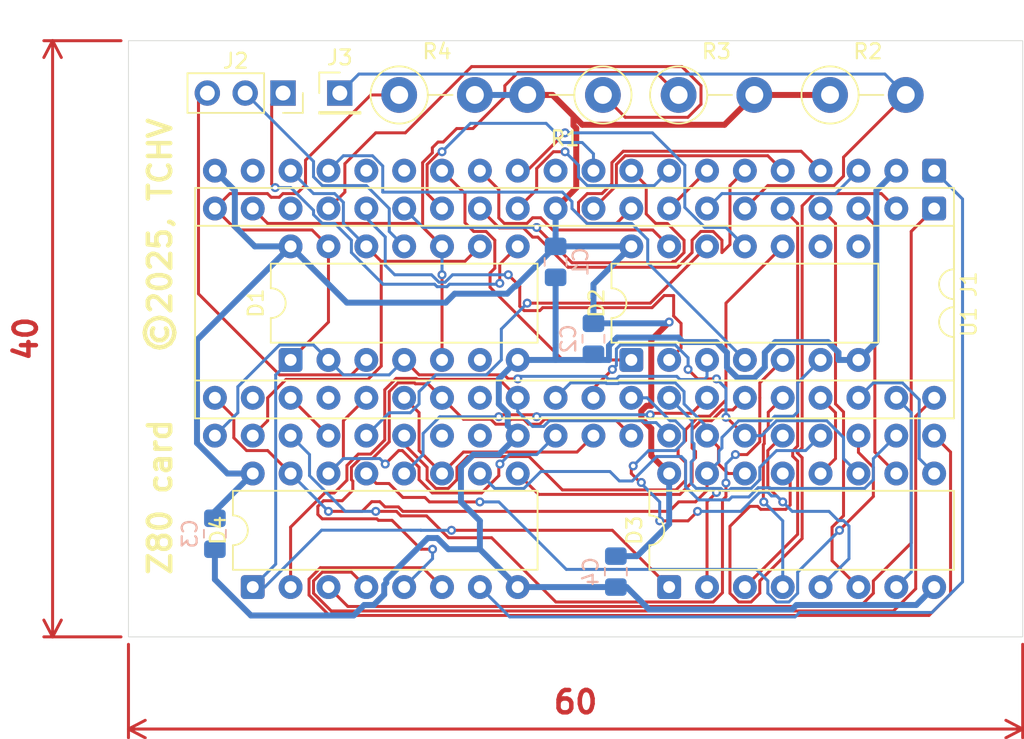
<source format=kicad_pcb>
(kicad_pcb (version 20241229) (generator "pcbnew") (generator_version "9.0")
  (layers (0 "F.Cu" signal) (2 "B.Cu" signal) (13 "F.Paste" user) (15 "B.Paste" user) (5 "F.SilkS" user "F.Silkscreen") (7 "B.SilkS" user "B.Silkscreen") (1 "F.Mask" user) (3 "B.Mask" user) (25 "Edge.Cuts" user))
  (net 0 "")
  (net 1 "+5V")
  (net 2 "Net-(R1-TOP)")
  (net 3 "/CLK")
  (net 4 "Net-(D1B-B)")
  (net 5 "Net-(D1A-A)")
  (net 6 "/D6")
  (net 7 "/A12")
  (net 8 "/A13")
  (net 9 "/SYN")
  (net 10 "/D1")
  (net 11 "/C2")
  (net 12 "GND")
  (net 13 "/RESET")
  (net 14 "/A9")
  (net 15 "/A15")
  (net 16 "/RDY")
  (net 17 "/INT")
  (net 18 "/+12V")
  (net 19 "/A1")
  (net 20 "/C1")
  (net 21 "/A8")
  (net 22 "/~{WR}")
  (net 23 "/D0")
  (net 24 "/-5V")
  (net 25 "/_HLDA")
  (net 26 "/D2")
  (net 27 "/HLD")
  (net 28 "/A7")
  (net 29 "/INTE")
  (net 30 "/D5")
  (net 31 "/A3")
  (net 32 "/WI")
  (net 33 "/A10")
  (net 34 "/D3")
  (net 35 "/A6")
  (net 36 "/A2")
  (net 37 "/A14")
  (net 38 "/D4")
  (net 39 "/A4")
  (net 40 "/A11")
  (net 41 "/A5")
  (net 42 "/D7")
  (net 43 "/DBIN")
  (net 44 "/A0")
  (net 45 "/_A13")
  (net 46 "/~{RESET}")
  (net 48 "/_A8")
  (net 49 "/_A9")
  (net 50 "/_A12")
  (net 51 "/_A10")
  (net 52 "Net-(D1A-B)")
  (net 53 "Net-(D2F-Y)")
  (net 54 "/_A14")
  (net 55 "Net-(D2A-Y)")
  (net 57 "Net-(D2C-A)")
  (net 58 "/_A11")
  (net 60 "/_A15")
  (net 62 "/BLUE")
  (net 63 "/RED")
  (net 64 "/YELLOW")
  (footprint "Connector_PinHeader_2.54mm:PinHeader_1x01_P2.54mm_Vertical" (layer "F.Cu") (at 59.182 40.513)
    (property "Reference" "J3")
    (property "Value" "Conn_01x01_Pin")
  )
  (footprint "Package_DIP:DIP-14_W7.62mm" (layer "F.Cu") (at 55.88 58.42 90)
    (property "Reference" "D1")
    (property "Value" "133LL1")
  )
  (footprint "Package_DIP:DIP-16_W7.62mm" (layer "F.Cu") (at 53.34 73.66 90)
    (property "Reference" "D4")
    (property "Value" "КР1533КП11")
  )
  (footprint "Connector_PinSocket_2.54mm:PinSocket_1x03_P2.54mm_Vertical" (layer "F.Cu") (at 55.372 40.513 -90)
    (property "Reference" "J2")
    (property "Value" "Conn_01x03_Pin")
  )
  (footprint "Package_DIP:DIP-16_W7.62mm" (layer "F.Cu") (at 81.28 73.66 90)
    (property "Reference" "D3")
    (property "Value" "КР1533КП11")
  )
  (footprint "Resistor_THT:R_Axial_DIN0411_L9.9mm_D3.6mm_P5.08mm_Vertical" (layer "F.Cu") (at 92.075 40.64)
    (property "Reference" "R2")
    (property "Value" "R0125")
  )
  (footprint "Resistor_THT:R_Axial_DIN0411_L9.9mm_D3.6mm_P5.08mm_Vertical" (layer "F.Cu") (at 76.835 40.64 180)
    (property "Reference" "R1")
    (property "Value" "R0125")
  )
  (footprint "Resistor_THT:R_Axial_DIN0411_L9.9mm_D3.6mm_P5.08mm_Vertical" (layer "F.Cu") (at 81.915 40.64)
    (property "Reference" "R3")
    (property "Value" "R0125")
  )
  (footprint "Package_DIP:DIP-40_W15.24mm" (layer "F.Cu") (at 99.06 45.72 -90)
    (property "Reference" "J1")
    (property "Value" "Conn_02x20_Counter_Clockwise_MountingPin")
  )
  (footprint "Resistor_THT:R_Axial_DIN0411_L9.9mm_D3.6mm_P5.08mm_Vertical" (layer "F.Cu") (at 63.165 40.64)
    (property "Reference" "R4")
    (property "Value" "R0125")
  )
  (footprint "Package_DIP:DIP-40_W15.24mm" (layer "F.Cu") (at 99.06 48.26 -90)
    (property "Reference" "U1")
    (property "Value" "Z84C00-4SC")
  )
  (footprint "Package_DIP:DIP-14_W7.62mm" (layer "F.Cu") (at 78.74 58.42 90)
    (property "Reference" "D2")
    (property "Value" "133LN1")
  )
  (footprint "Capacitor_SMD:C_0805_2012Metric_Pad1.18x1.45mm_HandSolder" (layer "B.Cu") (at 50.8 70.0825 -90)
    (property "Reference" "C3")
    (property "Value" "C")
  )
  (footprint "Capacitor_SMD:C_0805_2012Metric_Pad1.18x1.45mm_HandSolder" (layer "B.Cu") (at 73.66 51.8375 90)
    (property "Reference" "C1")
    (property "Value" "C")
  )
  (footprint "Capacitor_SMD:C_0805_2012Metric_Pad1.18x1.45mm_HandSolder" (layer "B.Cu") (at 77.7025 72.6225 -90)
    (property "Reference" "C4")
    (property "Value" "C")
  )
  (footprint "Capacitor_SMD:C_0805_2012Metric_Pad1.18x1.45mm_HandSolder" (layer "B.Cu") (at 76.2 57 -90)
    (property "Reference" "C2")
    (property "Value" "C")
  )
  (gr_rect (start 45 37) (end 105 77) (stroke (width 0.05)) (fill no) (layer "Edge.Cuts"))
  (gr_text "Z80 card    ©2025, TCHV" (at 48 73 90) (layer "F.SilkS") (effects (font (size 1.5 1.5) (thickness 0.3) (bold yes)) (justify left bottom)))
  (dimension (type orthogonal) (layer "F.Cu") (pts (xy 45 77) (xy 45 37)) (height -5.09) (orientation 1) (format (prefix "") (suffix "") (units 3) (units_format 0) (precision 4) (suppress_zeroes yes)) (style (thickness 0.2) (arrow_length 1.27) (text_position_mode 0) (arrow_direction outward) (extension_height 0.58642) (extension_offset 0.5) (keep_text_aligned yes)) (gr_text "40" (at 38.11 57 90) (layer "F.Cu") (effects (font (size 1.5 1.5) (thickness 0.3)))))
  (dimension (type orthogonal) (layer "F.Cu") (pts (xy 45 77) (xy 105 77)) (height 6.185) (orientation 0) (format (prefix "") (suffix "") (units 3) (units_format 0) (precision 4) (suppress_zeroes yes)) (style (thickness 0.2) (arrow_length 1.27) (text_position_mode 0) (arrow_direction outward) (extension_height 0.58642) (extension_offset 0.5) (keep_text_aligned yes)) (gr_text "60" (at 75 81.385 0) (layer "F.Cu") (effects (font (size 1.5 1.5) (thickness 0.3)))))
  (segment (start 75.045 42.869339) (end 74.861 42.685339) (width 0.4) (layer "F.Cu") (net 1))
  (segment (start 81.28 55.88) (end 80.079 57.081) (width 0.4) (layer "F.Cu") (net 1))
  (segment (start 73.452056 40.64) (end 75.453056 42.641) (width 0.4) (layer "F.Cu") (net 1))
  (segment (start 79.41 61.848471) (end 79.41 62.345529) (width 0.4) (layer "F.Cu") (net 1))
  (segment (start 73.66 48.26) (end 75.045 46.875) (width 0.4) (layer "F.Cu") (net 1))
  (segment (start 84.994 42.641) (end 86.995 40.64) (width 0.4) (layer "F.Cu") (net 1))
  (segment (start 74.861 42.048944) (end 73.452056 40.64) (width 0.4) (layer "F.Cu") (net 1))
  (segment (start 74.861 42.685339) (end 74.861 42.048944) (width 0.4) (layer "F.Cu") (net 1))
  (segment (start 75.045 46.875) (end 75.045 42.869339) (width 0.4) (layer "F.Cu") (net 1))
  (segment (start 80.079 63.014529) (end 80.079 64.839) (width 0.4) (layer "F.Cu") (net 1))
  (segment (start 80.079 61.497) (end 79.761471 61.497) (width 0.4) (layer "F.Cu") (net 1))
  (segment (start 80.079 57.081) (end 80.079 61.497) (width 0.4) (layer "F.Cu") (net 1))
  (segment (start 80.079 64.839) (end 81.28 66.04) (width 0.4) (layer "F.Cu") (net 1))
  (segment (start 73.452056 40.64) (end 71.755 40.64) (width 0.4) (layer "F.Cu") (net 1))
  (segment (start 79.41 62.345529) (end 80.079 63.014529) (width 0.4) (layer "F.Cu") (net 1))
  (segment (start 75.453056 42.641) (end 84.994 42.641) (width 0.4) (layer "F.Cu") (net 1))
  (segment (start 79.761471 61.497) (end 79.41 61.848471) (width 0.4) (layer "F.Cu") (net 1))
  (segment (start 86.995 40.64) (end 92.075 40.64) (width 0.4) (layer "F.Cu") (net 1))
  (segment (start 71.755 40.64) (end 73.452056 40.64) (width 0.4) (layer "F.Cu") (net 1))
  (via (at 81.28 55.88) (size 0.6) (drill 0.3) (layers "F.Cu" "B.Cu") (net 1))
  (segment (start 70.412894 53.975) (end 66.888529 53.975) (width 0.4) (layer "B.Cu") (net 1))
  (segment (start 49.599 57.081) (end 49.599 63.997471) (width 0.4) (layer "B.Cu") (net 1))
  (segment (start 76.2 55.9625) (end 81.1975 55.9625) (width 0.4) (layer "B.Cu") (net 1))
  (segment (start 51.641529 66.04) (end 53.34 66.04) (width 0.4) (layer "B.Cu") (net 1))
  (segment (start 79.123529 71.585) (end 81.28 69.428529) (width 0.4) (layer "B.Cu") (net 1))
  (segment (start 50.8 45.72) (end 52.139 47.059) (width 0.4) (layer "B.Cu") (net 1))
  (segment (start 73.66 50.8) (end 73.66 48.26) (width 0.4) (layer "B.Cu") (net 1))
  (segment (start 81.1975 55.9625) (end 81.28 55.88) (width 0.4) (layer "B.Cu") (net 1))
  (segment (start 77.7025 71.585) (end 79.123529 71.585) (width 0.4) (layer "B.Cu") (net 1))
  (segment (start 59.655 54.575) (end 55.88 50.8) (width 0.4) (layer "B.Cu") (net 1))
  (segment (start 73.66 50.8) (end 70.985 53.475) (width 0.4) (layer "B.Cu") (net 1))
  (segment (start 76.2 55.9625) (end 76.2 53.34) (width 0.4) (layer "B.Cu") (net 1))
  (segment (start 66.288529 54.575) (end 59.655 54.575) (width 0.4) (layer "B.Cu") (net 1))
  (segment (start 55.88 50.8) (end 49.599 57.081) (width 0.4) (layer "B.Cu") (net 1))
  (segment (start 66.888529 53.975) (end 66.288529 54.575) (width 0.4) (layer "B.Cu") (net 1))
  (segment (start 50.8 68.58) (end 50.8 69.045) (width 0.4) (layer "B.Cu") (net 1))
  (segment (start 76.2 53.34) (end 78.74 50.8) (width 0.4) (layer "B.Cu") (net 1))
  (segment (start 52.139 47.059) (end 52.139 49.461) (width 0.4) (layer "B.Cu") (net 1))
  (segment (start 52.139 49.461) (end 53.478 50.8) (width 0.4) (layer "B.Cu") (net 1))
  (segment (start 70.985 53.475) (end 70.912894 53.475) (width 0.4) (layer "B.Cu") (net 1))
  (segment (start 73.66 50.8) (end 78.74 50.8) (width 0.4) (layer "B.Cu") (net 1))
  (segment (start 49.599 63.997471) (end 51.641529 66.04) (width 0.4) (layer "B.Cu") (net 1))
  (segment (start 81.28 69.428529) (end 81.28 66.04) (width 0.4) (layer "B.Cu") (net 1))
  (segment (start 53.478 50.8) (end 55.88 50.8) (width 0.4) (layer "B.Cu") (net 1))
  (segment (start 70.912894 53.475) (end 70.412894 53.975) (width 0.4) (layer "B.Cu") (net 1))
  (segment (start 53.34 66.04) (end 50.8 68.58) (width 0.4) (layer "B.Cu") (net 1))
  (segment (start 71.755 40.64) (end 68.245 40.64) (width 0.4) (layer "B.Cu") (net 1))
  (segment (start 82.135735 38.738) (end 83.416 40.018265) (width 0.2) (layer "F.Cu") (net 2))
  (segment (start 78.336 42.141) (end 76.835 40.64) (width 0.2) (layer "F.Cu") (net 2))
  (segment (start 83.416 40.018265) (end 83.416 41.261735) (width 0.2) (layer "F.Cu") (net 2))
  (segment (start 83.416 41.261735) (end 82.536735 42.141) (width 0.2) (layer "F.Cu") (net 2))
  (segment (start 59.521 47.159) (end 59.521 45.254) (width 0.2) (layer "F.Cu") (net 2))
  (segment (start 61.595 43.18) (end 63.582265 43.18) (width 0.2) (layer "F.Cu") (net 2))
  (segment (start 58.42 48.26) (end 59.521 47.159) (width 0.2) (layer "F.Cu") (net 2))
  (segment (start 68.024265 38.738) (end 82.135735 38.738) (width 0.2) (layer "F.Cu") (net 2))
  (segment (start 82.536735 42.141) (end 78.336 42.141) (width 0.2) (layer "F.Cu") (net 2))
  (segment (start 63.582265 43.18) (end 68.024265 38.738) (width 0.2) (layer "F.Cu") (net 2))
  (segment (start 59.521 45.254) (end 61.595 43.18) (width 0.2) (layer "F.Cu") (net 2))
  (segment (start 92.979 46.086) (end 92.979 44.816) (width 0.2) (layer "F.Cu") (net 3))
  (segment (start 92.344 46.721) (end 92.979 46.086) (width 0.2) (layer "F.Cu") (net 3))
  (segment (start 92.979 44.816) (end 97.155 40.64) (width 0.2) (layer "F.Cu") (net 3))
  (segment (start 87.899 46.721) (end 92.344 46.721) (width 0.2) (layer "F.Cu") (net 3))
  (segment (start 86.36 48.26) (end 87.899 46.721) (width 0.2) (layer "F.Cu") (net 3))
  (segment (start 97.155 40.64) (end 95.754 39.239) (width 0.2) (layer "B.Cu") (net 3))
  (segment (start 60.456 39.239) (end 59.182 40.513) (width 0.2) (layer "B.Cu") (net 3))
  (segment (start 95.754 39.239) (end 60.456 39.239) (width 0.2) (layer "B.Cu") (net 3))
  (segment (start 64.501 49.261) (end 66.04 50.8) (width 0.2) (layer "F.Cu") (net 4))
  (segment (start 53.34 48.26) (end 54.341 49.261) (width 0.2) (layer "F.Cu") (net 4))
  (segment (start 70.254 40.018265) (end 71.133265 39.139) (width 0.2) (layer "F.Cu") (net 4))
  (segment (start 66.118694 43.8) (end 67.024347 42.894347) (width 0.2) (layer "F.Cu") (net 4))
  (segment (start 67.024347 42.894347) (end 68.113388 42.894347) (width 0.2) (layer "F.Cu") (net 4))
  (segment (start 65.39 44.528694) (end 65.39 44.180761) (width 0.2) (layer "F.Cu") (net 4))
  (segment (start 66.04 58.42) (end 66.04 52.705) (width 0.2) (layer "F.Cu") (net 4))
  (segment (start 80.414 39.139) (end 81.915 40.64) (width 0.2) (layer "F.Cu") (net 4))
  (segment (start 64.738 49.498) (end 64.738 45.180694) (width 0.2) (layer "F.Cu") (net 4))
  (segment (start 65.39 44.180761) (end 65.770761 43.8) (width 0.2) (layer "F.Cu") (net 4))
  (segment (start 54.341 49.261) (end 64.501 49.261) (width 0.2) (layer "F.Cu") (net 4))
  (segment (start 64.738 45.180694) (end 65.39 44.528694) (width 0.2) (layer "F.Cu") (net 4))
  (segment (start 70.254 40.753735) (end 70.254 40.018265) (width 0.2) (layer "F.Cu") (net 4))
  (segment (start 71.133265 39.139) (end 80.414 39.139) (width 0.2) (layer "F.Cu") (net 4))
  (segment (start 66.04 50.8) (end 64.738 49.498) (width 0.2) (layer "F.Cu") (net 4))
  (segment (start 68.113388 42.894347) (end 70.254 40.753735) (width 0.2) (layer "F.Cu") (net 4))
  (segment (start 65.770761 43.8) (end 66.118694 43.8) (width 0.2) (layer "F.Cu") (net 4))
  (via (at 66.04 52.705) (size 0.6) (drill 0.3) (layers "F.Cu" "B.Cu") (net 4))
  (segment (start 66.04 52.705) (end 66.04 50.8) (width 0.2) (layer "B.Cu") (net 4))
  (segment (start 81.28 73.66) (end 77.47 69.85) (width 0.2) (layer "F.Cu") (net 5))
  (segment (start 55.364132 47.259) (end 55.11598 47.507152) (width 0.2) (layer "F.Cu") (net 5))
  (segment (start 63.165 40.64) (end 61.26 40.64) (width 0.2) (layer "F.Cu") (net 5))
  (segment (start 50.8 48.26) (end 52.239 49.699) (width 0.2) (layer "F.Cu") (net 5))
  (segment (start 54.577502 47.507152) (end 54.32935 47.259) (width 0.2) (layer "F.Cu") (net 5))
  (segment (start 57.319 49.699) (end 58.42 50.8) (width 0.2) (layer "F.Cu") (net 5))
  (segment (start 56.294628 47.259) (end 55.364132 47.259) (width 0.2) (layer "F.Cu") (net 5))
  (segment (start 52.239 49.699) (end 57.319 49.699) (width 0.2) (layer "F.Cu") (net 5))
  (segment (start 61.26 40.64) (end 56.881 45.019) (width 0.2) (layer "F.Cu") (net 5))
  (segment (start 54.32935 47.259) (end 51.801 47.259) (width 0.2) (layer "F.Cu") (net 5))
  (segment (start 58.42 50.8) (end 58.42 55.88) (width 0.2) (layer "F.Cu") (net 5))
  (segment (start 58.42 55.88) (end 55.88 58.42) (width 0.2) (layer "F.Cu") (net 5))
  (segment (start 56.881 46.672628) (end 56.294628 47.259) (width 0.2) (layer "F.Cu") (net 5))
  (segment (start 55.11598 47.507152) (end 54.577502 47.507152) (width 0.2) (layer "F.Cu") (net 5))
  (segment (start 51.801 47.259) (end 50.8 48.26) (width 0.2) (layer "F.Cu") (net 5))
  (segment (start 77.47 69.85) (end 66.675 69.85) (width 0.2) (layer "F.Cu") (net 5))
  (segment (start 56.881 45.019) (end 56.881 46.672628) (width 0.2) (layer "F.Cu") (net 5))
  (via (at 66.675 69.85) (size 0.6) (drill 0.3) (layers "F.Cu" "B.Cu") (net 5))
  (segment (start 66.675 69.85) (end 64.618347 69.85) (width 0.2) (layer "B.Cu") (net 5))
  (segment (start 64.611346 69.843) (end 57.957 69.843) (width 0.2) (layer "B.Cu") (net 5))
  (segment (start 53.34 73.66) (end 54.879 72.121) (width 0.2) (layer "B.Cu") (net 5))
  (segment (start 54.879 72.121) (end 54.879 59.421) (width 0.2) (layer "B.Cu") (net 5))
  (segment (start 64.618347 69.85) (end 64.611346 69.843) (width 0.2) (layer "B.Cu") (net 5))
  (segment (start 54.14 73.66) (end 53.34 73.66) (width 0.2) (layer "B.Cu") (net 5))
  (segment (start 57.957 69.843) (end 54.14 73.66) (width 0.2) (layer "B.Cu") (net 5))
  (segment (start 54.879 59.421) (end 55.88 58.42) (width 0.2) (layer "B.Cu") (net 5))
  (segment (start 78.325372 44.719) (end 87.899 44.719) (width 0.2) (layer "F.Cu") (net 6))
  (segment (start 87.899 44.719) (end 88.9 45.72) (width 0.2) (layer "F.Cu") (net 6))
  (segment (start 77.739 45.305372) (end 78.325372 44.719) (width 0.2) (layer "F.Cu") (net 6))
  (segment (start 77.739 46.721) (end 77.739 45.305372) (width 0.2) (layer "F.Cu") (net 6))
  (segment (start 76.2 48.26) (end 77.739 46.721) (width 0.2) (layer "F.Cu") (net 6))
  (segment (start 91.44 60.96) (end 92.441 61.961) (width 0.2) (layer "F.Cu") (net 7))
  (segment (start 92.441 61.961) (end 92.441 65.039) (width 0.2) (layer "F.Cu") (net 7))
  (segment (start 92.441 65.039) (end 91.44 66.04) (width 0.2) (layer "F.Cu") (net 7))
  (segment (start 98.059 61.083372) (end 98.059 65.039) (width 0.2) (layer "B.Cu") (net 8))
  (segment (start 96.934628 59.959) (end 98.059 61.083372) (width 0.2) (layer "B.Cu") (net 8))
  (segment (start 94.981 59.959) (end 96.934628 59.959) (width 0.2) (layer "B.Cu") (net 8))
  (segment (start 98.059 65.039) (end 99.06 66.04) (width 0.2) (layer "B.Cu") (net 8))
  (segment (start 93.98 60.96) (end 94.981 59.959) (width 0.2) (layer "B.Cu") (net 8))
  (segment (start 81.542208 51.805) (end 81.690628 51.805) (width 0.2) (layer "F.Cu") (net 10))
  (segment (start 81.690628 51.805) (end 82.281 51.214628) (width 0.2) (layer "F.Cu") (net 10))
  (segment (start 81.156628 49.261) (end 80.376 49.261) (width 0.2) (layer "F.Cu") (net 10))
  (segment (start 80.376 49.261) (end 79.741 48.626) (width 0.2) (layer "F.Cu") (net 10))
  (segment (start 79.741 46.721) (end 78.74 45.72) (width 0.2) (layer "F.Cu") (net 10))
  (segment (start 74.761 51.901) (end 81.446208 51.901) (width 0.2) (layer "F.Cu") (net 10))
  (segment (start 81.446208 51.901) (end 81.542208 51.805) (width 0.2) (layer "F.Cu") (net 10))
  (segment (start 82.281 51.214628) (end 82.281 50.385372) (width 0.2) (layer "F.Cu") (net 10))
  (segment (start 79.741 48.626) (end 79.741 46.721) (width 0.2) (layer "F.Cu") (net 10))
  (segment (start 82.281 50.385372) (end 81.156628 49.261) (width 0.2) (layer "F.Cu") (net 10))
  (segment (start 72.39 49.53) (end 74.761 51.901) (width 0.2) (layer "F.Cu") (net 10))
  (via (at 72.39 49.53) (size 0.6) (drill 0.3) (layers "F.Cu" "B.Cu") (net 10))
  (segment (start 64.77 49.53) (end 72.39 49.53) (width 0.2) (layer "B.Cu") (net 10))
  (segment (start 63.5 48.26) (end 64.77 49.53) (width 0.2) (layer "B.Cu") (net 10))
  (segment (start 88.402529 57.219) (end 91.937471 57.219) (width 0.4) (layer "B.Cu") (net 12))
  (segment (start 65.091529 70.37) (end 62.299 73.162529) (width 0.4) (layer "B.Cu") (net 12))
  (segment (start 82.201734 57.219) (end 84.45048 57.219) (width 0.4) (layer "B.Cu") (net 12))
  (segment (start 81.901734 56.919) (end 82.201734 57.219) (width 0.4) (layer "B.Cu") (net 12))
  (segment (start 79.9285 75.161) (end 89.521735 75.161) (width 0.4) (layer "B.Cu") (net 12))
  (segment (start 70.45 61.981471) (end 69.85 61.381471) (width 0.4) (layer "B.Cu") (net 12))
  (segment (start 75.8175 58.42) (end 76.2 58.0375) (width 0.4) (layer "B.Cu") (net 12))
  (segment (start 85.159 57.92752) (end 85.159 58.917471) (width 0.4) (layer "B.Cu") (net 12))
  (segment (start 95.181 57.219) (end 95.181 47.059) (width 0.4) (layer "B.Cu") (net 12))
  (segment (start 85.862529 59.621) (end 86.995471 59.621) (width 0.4) (layer "B.Cu") (net 12))
  (segment (start 65.715661 70.37) (end 65.091529 70.37) (width 0.4) (layer "B.Cu") (net 12))
  (segment (start 76.5825 58.42) (end 77.239 58.42) (width 0.4) (layer "B.Cu") (net 12))
  (segment (start 84.45048 57.219) (end 85.159 57.92752) (width 0.4) (layer "B.Cu") (net 12))
  (segment (start 77.239 58.42) (end 77.239 57.469156) (width 0.4) (layer "B.Cu") (net 12))
  (segment (start 97.859 74.861) (end 99.06 73.66) (width 0.4) (layer "B.Cu") (net 12))
  (segment (start 69.85 64.77) (end 71.12 63.5) (width 0.4) (layer "B.Cu") (net 12))
  (segment (start 92.641 58.42) (end 93.98 58.42) (width 0.4) (layer "B.Cu") (net 12))
  (segment (start 76.2 58.0375) (end 76.5825 58.42) (width 0.4) (layer "B.Cu") (net 12))
  (segment (start 91.937471 57.219) (end 92.641 57.922529) (width 0.4) (layer "B.Cu") (net 12))
  (segment (start 95.181 47.059) (end 96.52 45.72) (width 0.4) (layer "B.Cu") (net 12))
  (segment (start 67.31 65.611529) (end 68.151529 64.77) (width 0.4) (layer "B.Cu") (net 12))
  (segment (start 77.789156 56.919) (end 81.901734 56.919) (width 0.4) (layer "B.Cu") (net 12))
  (segment (start 87.699 58.917471) (end 87.699 57.922529) (width 0.4) (layer "B.Cu") (net 12))
  (segment (start 71.12 58.42) (end 73.66 58.42) (width 0.4) (layer "B.Cu") (net 12))
  (segment (start 50.8 73.14758) (end 50.8 71.12) (width 0.4) (layer "B.Cu") (net 12))
  (segment (start 62.161 74.157471) (end 61.457471 74.861) (width 0.4) (layer "B.Cu") (net 12))
  (segment (start 73.66 58.42) (end 75.8175 58.42) (width 0.4) (layer "B.Cu") (net 12))
  (segment (start 70.45 62.83) (end 70.45 61.981471) (width 0.4) (layer "B.Cu") (net 12))
  (segment (start 77.7025 73.66) (end 78.4275 73.66) (width 0.4) (layer "B.Cu") (net 12))
  (segment (start 68.58 71.12) (end 68.58 69.215) (width 0.4) (layer "B.Cu") (net 12))
  (segment (start 67.31 67.945) (end 67.31 65.611529) (width 0.4) (layer "B.Cu") (net 12))
  (segment (start 66.465661 71.12) (end 65.715661 70.37) (width 0.4) (layer "B.Cu") (net 12))
  (segment (start 85.159 58.917471) (end 85.862529 59.621) (width 0.4) (layer "B.Cu") (net 12))
  (segment (start 62.299 73.162529) (end 62.299 73.377471) (width 0.4) (layer "B.Cu") (net 12))
  (segment (start 62.161 73.515471) (end 62.161 74.157471) (width 0.4) (layer "B.Cu") (net 12))
  (segment (start 69.85 61.381471) (end 69.85 59.69) (width 0.4) (layer "B.Cu") (net 12))
  (segment (start 73.66 58.42) (end 73.66 52.875) (width 0.4) (layer "B.Cu") (net 12))
  (segment (start 93.98 58.42) (end 95.181 57.219) (width 0.4) (layer "B.Cu") (net 12))
  (segment (start 69.85 59.69) (end 71.12 58.42) (width 0.4) (layer "B.Cu") (net 12))
  (segment (start 87.699 57.922529) (end 88.402529 57.219) (width 0.4) (layer "B.Cu") (net 12))
  (segment (start 62.299 73.377471) (end 62.161 73.515471) (width 0.4) (layer "B.Cu") (net 12))
  (segment (start 77.239 57.469156) (end 77.789156 56.919) (width 0.4) (layer "B.Cu") (net 12))
  (segment (start 68.151529 64.77) (end 69.85 64.77) (width 0.4) (layer "B.Cu") (net 12))
  (segment (start 68.58 71.12) (end 66.465661 71.12) (width 0.4) (layer "B.Cu") (net 12))
  (segment (start 53.21742 75.565) (end 50.8 73.14758) (width 0.4) (layer "B.Cu") (net 12))
  (segment (start 92.641 57.922529) (end 92.641 58.42) (width 0.4) (layer "B.Cu") (net 12))
  (segment (start 61.457471 74.861) (end 60.815471 74.861) (width 0.4) (layer "B.Cu") (net 12))
  (segment (start 89.521735 75.161) (end 89.821734 74.861) (width 0.4) (layer "B.Cu") (net 12))
  (segment (start 89.821734 74.861) (end 97.859 74.861) (width 0.4) (layer "B.Cu") (net 12))
  (segment (start 86.995471 59.621) (end 87.699 58.917471) (width 0.4) (layer "B.Cu") (net 12))
  (segment (start 71.12 63.5) (end 70.45 62.83) (width 0.4) (layer "B.Cu") (net 12))
  (segment (start 60.815471 74.861) (end 60.111471 75.565) (width 0.4) (layer "B.Cu") (net 12))
  (segment (start 78.4275 73.66) (end 79.9285 75.161) (width 0.4) (layer "B.Cu") (net 12))
  (segment (start 68.58 69.215) (end 67.31 67.945) (width 0.4) (layer "B.Cu") (net 12))
  (segment (start 60.111471 75.565) (end 53.21742 75.565) (width 0.4) (layer "B.Cu") (net 12))
  (segment (start 71.12 73.66) (end 77.7025 73.66) (width 0.4) (layer "B.Cu") (net 12))
  (segment (start 68.58 71.12) (end 71.12 73.66) (width 0.4) (layer "B.Cu") (net 12))
  (segment (start 71.755 45.72) (end 74.295 43.18) (width 0.2) (layer "F.Cu") (net 13))
  (segment (start 71.12 45.72) (end 71.755 45.72) (width 0.2) (layer "F.Cu") (net 13))
  (via (at 74.295 43.18) (size 0.6) (drill 0.3) (layers "F.Cu" "B.Cu") (net 13))
  (segment (start 83.674372 49.53) (end 85.09 49.53) (width 0.2) (layer "B.Cu") (net 13))
  (segment (start 74.295 43.18) (end 80.155628 43.18) (width 0.2) (layer "B.Cu") (net 13))
  (segment (start 82.329628 45.354) (end 82.329628 48.185256) (width 0.2) (layer "B.Cu") (net 13))
  (segment (start 82.329628 48.185256) (end 83.674372 49.53) (width 0.2) (layer "B.Cu") (net 13))
  (segment (start 85.09 49.53) (end 86.36 50.8) (width 0.2) (layer "B.Cu") (net 13))
  (segment (start 80.155628 43.18) (end 82.329628 45.354) (width 0.2) (layer "B.Cu") (net 13))
  (segment (start 82.819 64.331893) (end 82.819 63.085372) (width 0.2) (layer "F.Cu") (net 14))
  (segment (start 82.000736 67.442) (end 82.819 66.623736) (width 0.2) (layer "F.Cu") (net 14))
  (segment (start 82.819 63.085372) (end 83.405372 62.499) (width 0.2) (layer "F.Cu") (net 14))
  (segment (start 85.54962 61.77038) (end 86.36 60.96) (width 0.2) (layer "F.Cu") (net 14))
  (segment (start 72.522 67.442) (end 82.000736 67.442) (width 0.2) (layer "F.Cu") (net 14))
  (segment (start 71.12 66.04) (end 72.522 67.442) (width 0.2) (layer "F.Cu") (net 14))
  (segment (start 83.405372 62.499) (end 84.120892 62.499) (width 0.2) (layer "F.Cu") (net 14))
  (segment (start 83.05 64.977107) (end 83.05 64.562893) (width 0.2) (layer "F.Cu") (net 14))
  (segment (start 84.849512 61.77038) (end 85.54962 61.77038) (width 0.2) (layer "F.Cu") (net 14))
  (segment (start 84.120892 62.499) (end 84.849512 61.77038) (width 0.2) (layer "F.Cu") (net 14))
  (segment (start 82.819 66.623736) (end 82.819 65.208107) (width 0.2) (layer "F.Cu") (net 14))
  (segment (start 82.819 65.208107) (end 83.05 64.977107) (width 0.2) (layer "F.Cu") (net 14))
  (segment (start 83.05 64.562893) (end 82.819 64.331893) (width 0.2) (layer "F.Cu") (net 14))
  (segment (start 87.599 67.914) (end 87.63 67.945) (width 0.2) (layer "F.Cu") (net 15))
  (segment (start 88.9 60.96) (end 87.93 61.93) (width 0.2) (layer "F.Cu") (net 15))
  (segment (start 87.93 61.93) (end 87.93 62.989264) (width 0.2) (layer "F.Cu") (net 15))
  (segment (start 87.93 62.989264) (end 87.661 63.258264) (width 0.2) (layer "F.Cu") (net 15))
  (segment (start 87.599 64.100892) (end 87.599 67.914) (width 0.2) (layer "F.Cu") (net 15))
  (segment (start 87.661 63.258264) (end 87.661 64.038892) (width 0.2) (layer "F.Cu") (net 15))
  (segment (start 87.661 64.038892) (end 87.599 64.100892) (width 0.2) (layer "F.Cu") (net 15))
  (via (at 87.63 67.945) (size 0.6) (drill 0.3) (layers "F.Cu" "B.Cu") (net 15))
  (segment (start 88.9 73.66) (end 88.9 69.215) (width 0.2) (layer "B.Cu") (net 15))
  (segment (start 88.9 69.215) (end 87.63 67.945) (width 0.2) (layer "B.Cu") (net 15))
  (segment (start 58.42 63.5) (end 55.88 60.96) (width 0.2) (layer "F.Cu") (net 16))
  (segment (start 67.579 47.259) (end 67.579 49.212628) (width 0.2) (layer "F.Cu") (net 17))
  (segment (start 69.581 50.385372) (end 69.581 52.265497) (width 0.2) (layer "F.Cu") (net 17))
  (segment (start 69.2635 53.545739) (end 74.137761 58.42) (width 0.2) (layer "F.Cu") (net 17))
  (segment (start 67.579 49.212628) (end 68.165372 49.799) (width 0.2) (layer "F.Cu") (net 17))
  (segment (start 74.137761 58.42) (end 78.74 58.42) (width 0.2) (layer "F.Cu") (net 17))
  (segment (start 68.165372 49.799) (end 68.994628 49.799) (width 0.2) (layer "F.Cu") (net 17))
  (segment (start 68.994628 49.799) (end 69.581 50.385372) (width 0.2) (layer "F.Cu") (net 17))
  (segment (start 69.2635 52.582997) (end 69.2635 53.545739) (width 0.2) (layer "F.Cu") (net 17))
  (segment (start 66.04 45.72) (end 67.579 47.259) (width 0.2) (layer "F.Cu") (net 17))
  (segment (start 69.581 52.265497) (end 69.2635 52.582997) (width 0.2) (layer "F.Cu") (net 17))
  (segment (start 64.501 64.501) (end 66.04 66.04) (width 0.2) (layer "F.Cu") (net 19))
  (segment (start 67.479 64.601) (end 66.04 66.04) (width 0.2) (layer "F.Cu") (net 19))
  (segment (start 64.501 61.961) (end 64.501 64.501) (width 0.2) (layer "F.Cu") (net 19))
  (segment (start 75.099 64.601) (end 67.479 64.601) (width 0.2) (layer "F.Cu") (net 19))
  (segment (start 76.2 63.5) (end 75.099 64.601) (width 0.2) (layer "F.Cu") (net 19))
  (segment (start 63.5 60.96) (end 64.501 61.961) (width 0.2) (layer "F.Cu") (net 19))
  (segment (start 69.982 62.098) (end 69.85 62.23) (width 0.2) (layer "F.Cu") (net 21))
  (segment (start 82.781 61.999) (end 80.108 61.999) (width 0.2) (layer "F.Cu") (net 21))
  (segment (start 72.258 62.098) (end 69.982 62.098) (width 0.2) (layer "F.Cu") (net 21))
  (segment (start 83.82 60.96) (end 82.781 61.999) (width 0.2) (layer "F.Cu") (net 21))
  (segment (start 72.39 62.23) (end 72.258 62.098) (width 0.2) (layer "F.Cu") (net 21))
  (segment (start 80.108 61.999) (end 80.01 62.097) (width 0.2) (layer "F.Cu") (net 21))
  (segment (start 72.39 62.23) (end 72.39 62.108) (width 0.2) (layer "F.Cu") (net 21))
  (via (at 72.39 62.23) (size 0.6) (drill 0.3) (layers "F.Cu" "B.Cu") (net 21))
  (via (at 80.01 62.097) (size 0.6) (drill 0.3) (layers "F.Cu" "B.Cu") (net 21))
  (via (at 69.85 62.23) (size 0.6) (drill 0.3) (layers "F.Cu" "B.Cu") (net 21))
  (segment (start 65.894372 62.23) (end 64.77 63.354372) (width 0.2) (layer "B.Cu") (net 21))
  (segment (start 80.01 62.097) (end 72.523 62.097) (width 0.2) (layer "B.Cu") (net 21))
  (segment (start 64.77 63.354372) (end 64.77 64.77) (width 0.2) (layer "B.Cu") (net 21))
  (segment (start 64.77 64.77) (end 63.5 66.04) (width 0.2) (layer "B.Cu") (net 21))
  (segment (start 69.85 62.23) (end 65.894372 62.23) (width 0.2) (layer "B.Cu") (net 21))
  (segment (start 72.523 62.097) (end 72.39 62.23) (width 0.2) (layer "B.Cu") (net 21))
  (segment (start 54.341 62.499) (end 53.34 63.5) (width 0.2) (layer "F.Cu") (net 22))
  (segment (start 67.579 51.801) (end 68.58 50.8) (width 0.2) (layer "F.Cu") (net 22))
  (segment (start 61.961 58.834628) (end 61.073628 59.722) (width 0.2) (layer "F.Cu") (net 22))
  (segment (start 60.96 50.8) (end 61.961 51.801) (width 0.2) (layer "F.Cu") (net 22))
  (segment (start 54.341 60.96) (end 54.341 62.499) (width 0.2) (layer "F.Cu") (net 22))
  (segment (start 55.579 59.722) (end 54.341 60.96) (width 0.2) (layer "F.Cu") (net 22))
  (segment (start 61.961 51.801) (end 61.961 58.834628) (width 0.2) (layer "F.Cu") (net 22))
  (segment (start 61.961 51.801) (end 67.579 51.801) (width 0.2) (layer "F.Cu") (net 22))
  (segment (start 61.073628 59.722) (end 55.579 59.722) (width 0.2) (layer "F.Cu") (net 22))
  (segment (start 59.421 47.845372) (end 59.421 49.261) (width 0.2) (layer "B.Cu") (net 22))
  (segment (start 58.834628 47.259) (end 59.421 47.845372) (width 0.2) (layer "B.Cu") (net 22))
  (segment (start 59.421 49.261) (end 60.96 50.8) (width 0.2) (layer "B.Cu") (net 22))
  (segment (start 57.419 47.259) (end 58.834628 47.259) (width 0.2) (layer "B.Cu") (net 22))
  (segment (start 55.88 45.72) (end 57.419 47.259) (width 0.2) (layer "B.Cu") (net 22))
  (segment (start 66.04 44.45) (end 65.894372 44.45) (width 0.2) (layer "F.Cu") (net 23))
  (segment (start 65.894372 44.45) (end 65.039 45.305372) (width 0.2) (layer "F.Cu") (net 23))
  (segment (start 65.039 45.305372) (end 65.039 47.259) (width 0.2) (layer "F.Cu") (net 23))
  (segment (start 65.039 47.259) (end 66.04 48.26) (width 0.2) (layer "F.Cu") (net 23))
  (via (at 66.04 44.45) (size 0.6) (drill 0.3) (layers "F.Cu" "B.Cu") (net 23))
  (segment (start 75.44137 43.83) (end 74.025761 43.83) (width 0.2) (layer "B.Cu") (net 23))
  (segment (start 76.2 44.58863) (end 75.44137 43.83) (width 0.2) (layer "B.Cu") (net 23))
  (segment (start 67.945 42.545) (end 66.04 44.45) (width 0.2) (layer "B.Cu") (net 23))
  (segment (start 73.025 42.545) (end 67.945 42.545) (width 0.2) (layer "B.Cu") (net 23))
  (segment (start 76.2 45.72) (end 76.2 44.58863) (width 0.2) (layer "B.Cu") (net 23))
  (segment (start 74.025761 43.83) (end 73.645 43.449239) (width 0.2) (layer "B.Cu") (net 23))
  (segment (start 73.645 43.165) (end 73.025 42.545) (width 0.2) (layer "B.Cu") (net 23))
  (segment (start 73.645 43.449239) (end 73.645 43.165) (width 0.2) (layer "B.Cu") (net 23))
  (segment (start 81.28 68.58) (end 63.410132 68.58) (width 0.2) (layer "F.Cu") (net 25))
  (segment (start 60.675761 68.58) (end 58.42 68.58) (width 0.2) (layer "F.Cu") (net 25))
  (segment (start 52.07 63.645628) (end 52.07 62.23) (width 0.2) (layer "F.Cu") (net 25))
  (segment (start 81.919 67.941) (end 81.28 68.58) (width 0.2) (layer "F.Cu") (net 25))
  (segment (start 62.213239 68.279) (end 61.864239 67.93) (width 0.2) (layer "F.Cu") (net 25))
  (segment (start 61.325761 67.93) (end 60.675761 68.58) (width 0.2) (layer "F.Cu") (net 25))
  (segment (start 63.410132 68.58) (end 63.109132 68.279) (width 0.2) (layer "F.Cu") (net 25))
  (segment (start 83.82 67.17137) (end 83.05037 67.941) (width 0.2) (layer "F.Cu") (net 25))
  (segment (start 52.07 62.23) (end 50.8 60.96) (width 0.2) (layer "F.Cu") (net 25))
  (segment (start 83.82 66.04) (end 83.82 67.17137) (width 0.2) (layer "F.Cu") (net 25))
  (segment (start 55.88 66.04) (end 54.341 64.501) (width 0.2) (layer "F.Cu") (net 25))
  (segment (start 83.05037 67.941) (end 81.919 67.941) (width 0.2) (layer "F.Cu") (net 25))
  (segment (start 63.109132 68.279) (end 62.213239 68.279) (width 0.2) (layer "F.Cu") (net 25))
  (segment (start 58.42 68.58) (end 58.3565 68.5165) (width 0.2) (layer "F.Cu") (net 25))
  (segment (start 54.341 64.501) (end 52.925372 64.501) (width 0.2) (layer "F.Cu") (net 25))
  (segment (start 52.925372 64.501) (end 52.07 63.645628) (width 0.2) (layer "F.Cu") (net 25))
  (segment (start 61.864239 67.93) (end 61.325761 67.93) (width 0.2) (layer "F.Cu") (net 25))
  (via (at 58.42 68.58) (size 0.6) (drill 0.3) (layers "F.Cu" "B.Cu") (net 25))
  (segment (start 84.619999 64.532894) (end 84.619999 65.240001) (width 0.2) (layer "B.Cu") (net 25))
  (segment (start 88.061108 62.499) (end 85.945372 62.499) (width 0.2) (layer "B.Cu") (net 25))
  (segment (start 88.361108 62.199) (end 88.061108 62.499) (width 0.2) (layer "B.Cu") (net 25))
  (segment (start 58.42 68.58) (end 55.88 66.04) (width 0.2) (layer "B.Cu") (net 25))
  (segment (start 85.945372 62.499) (end 84.821 63.623372) (width 0.2) (layer "B.Cu") (net 25))
  (segment (start 89.614628 62.199) (end 88.361108 62.199) (width 0.2) (layer "B.Cu") (net 25))
  (segment (start 89.901 61.912628) (end 89.614628 62.199) (width 0.2) (layer "B.Cu") (net 25))
  (segment (start 84.821 63.623372) (end 84.821 64.331893) (width 0.2) (layer "B.Cu") (net 25))
  (segment (start 84.821 64.331893) (end 84.619999 64.532894) (width 0.2) (layer "B.Cu") (net 25))
  (segment (start 84.619999 65.240001) (end 83.82 66.04) (width 0.2) (layer "B.Cu") (net 25))
  (segment (start 91.44 58.42) (end 89.901 59.959) (width 0.2) (layer "B.Cu") (net 25))
  (segment (start 89.901 59.959) (end 89.901 61.912628) (width 0.2) (layer "B.Cu") (net 25))
  (segment (start 72.39 46.99) (end 72.39 45.574372) (width 0.2) (layer "F.Cu") (net 26))
  (segment (start 71.12 48.26) (end 72.39 46.99) (width 0.2) (layer "F.Cu") (net 26))
  (segment (start 73.514372 44.45) (end 74.295 44.45) (width 0.2) (layer "F.Cu") (net 26))
  (segment (start 72.39 45.574372) (end 73.514372 44.45) (width 0.2) (layer "F.Cu") (net 26))
  (via (at 74.295 44.45) (size 0.6) (drill 0.3) (layers "F.Cu" "B.Cu") (net 26))
  (segment (start 80.279 46.721) (end 81.28 45.72) (width 0.2) (layer "B.Cu") (net 26))
  (segment (start 75.199 46.134628) (end 75.785372 46.721) (width 0.2) (layer "B.Cu") (net 26))
  (segment (start 74.295 44.45) (end 75.199 45.354) (width 0.2) (layer "B.Cu") (net 26))
  (segment (start 75.785372 46.721) (end 80.279 46.721) (width 0.2) (layer "B.Cu") (net 26))
  (segment (start 75.199 45.354) (end 75.199 46.134628) (width 0.2) (layer "B.Cu") (net 26))
  (segment (start 80.179 49.699) (end 81.28 50.8) (width 0.2) (layer "F.Cu") (net 27))
  (segment (start 72.659239 48.88) (end 73.478239 49.699) (width 0.2) (layer "F.Cu") (net 27))
  (segment (start 71.739761 49.261) (end 72.120761 48.88) (width 0.2) (layer "F.Cu") (net 27))
  (segment (start 72.120761 48.88) (end 72.659239 48.88) (width 0.2) (layer "F.Cu") (net 27))
  (segment (start 69.85 48.895) (end 70.216 49.261) (width 0.2) (layer "F.Cu") (net 27))
  (segment (start 70.216 49.261) (end 71.739761 49.261) (width 0.2) (layer "F.Cu") (net 27))
  (segment (start 68.58 45.72) (end 69.85 46.99) (width 0.2) (layer "F.Cu") (net 27))
  (segment (start 73.478239 49.699) (end 80.179 49.699) (width 0.2) (layer "F.Cu") (net 27))
  (segment (start 69.85 46.99) (end 69.85 48.895) (width 0.2) (layer "F.Cu") (net 27))
  (segment (start 83.82 73.66) (end 83.82 67.945) (width 0.2) (layer "F.Cu") (net 28))
  (segment (start 83.82 67.945) (end 84.455 67.31) (width 0.2) (layer "F.Cu") (net 28))
  (via (at 84.455 67.31) (size 0.6) (drill 0.3) (layers "F.Cu" "B.Cu") (net 28))
  (segment (start 82.819 63.914628) (end 82.819 62.499) (width 0.2) (layer "B.Cu") (net 28))
  (segment (start 84.234628 67.089628) (end 84.455 67.31) (width 0.2) (layer "B.Cu") (net 28))
  (segment (start 84.234628 67.041) (end 84.748893 67.041) (width 0.2) (layer "B.Cu") (net 28))
  (segment (start 82.95 64.045628) (end 82.819 63.914628) (width 0.2) (layer "B.Cu") (net 28))
  (segment (start 84.882893 67.175) (end 85.297107 67.175) (width 0.2) (layer "B.Cu") (net 28))
  (segment (start 84.234628 67.041) (end 83.093736 67.041) (width 0.2) (layer "B.Cu") (net 28))
  (segment (start 84.234628 67.041) (end 84.234628 67.089628) (width 0.2) (layer "B.Cu") (net 28))
  (segment (start 86.774628 67.041) (end 87.361 66.454628) (width 0.2) (layer "B.Cu") (net 28))
  (segment (start 87.361 66.454628) (end 87.361 65.625372) (width 0.2) (layer "B.Cu") (net 28))
  (segment (start 85.297107 67.175) (end 85.431107 67.041) (width 0.2) (layer "B.Cu") (net 28))
  (segment (start 84.748893 67.041) (end 84.882893 67.175) (width 0.2) (layer "B.Cu") (net 28))
  (segment (start 83.093736 67.041) (end 82.755401 66.702665) (width 0.2) (layer "B.Cu") (net 28))
  (segment (start 87.361 65.625372) (end 88.485372 64.501) (width 0.2) (layer "B.Cu") (net 28))
  (segment (start 85.431107 67.041) (end 86.774628 67.041) (width 0.2) (layer "B.Cu") (net 28))
  (segment (start 82.755401 66.702665) (end 82.755401 65.27) (width 0.2) (layer "B.Cu") (net 28))
  (segment (start 82.819 62.499) (end 81.28 60.96) (width 0.2) (layer "B.Cu") (net 28))
  (segment (start 82.755401 65.27) (end 82.95 65.075401) (width 0.2) (layer "B.Cu") (net 28))
  (segment (start 88.485372 64.501) (end 90.439 64.501) (width 0.2) (layer "B.Cu") (net 28))
  (segment (start 82.95 65.075401) (end 82.95 64.045628) (width 0.2) (layer "B.Cu") (net 28))
  (segment (start 90.439 64.501) (end 91.44 63.5) (width 0.2) (layer "B.Cu") (net 28))
  (segment (start 75.199 48.674628) (end 75.199 47.845372) (width 0.2) (layer "F.Cu") (net 30))
  (segment (start 77.438 46.596322) (end 77.438 45.180694) (width 0.2) (layer "F.Cu") (net 30))
  (segment (start 75.199 47.845372) (end 75.785372 47.259) (width 0.2) (layer "F.Cu") (net 30))
  (segment (start 77.739 49.261) (end 75.785372 49.261) (width 0.2) (layer "F.Cu") (net 30))
  (segment (start 78.200694 44.418) (end 90.138 44.418) (width 0.2) (layer "F.Cu") (net 30))
  (segment (start 78.74 48.26) (end 77.739 49.261) (width 0.2) (layer "F.Cu") (net 30))
  (segment (start 90.138 44.418) (end 91.44 45.72) (width 0.2) (layer "F.Cu") (net 30))
  (segment (start 75.785372 49.261) (end 75.199 48.674628) (width 0.2) (layer "F.Cu") (net 30))
  (segment (start 75.785372 47.259) (end 76.775322 47.259) (width 0.2) (layer "F.Cu") (net 30))
  (segment (start 76.775322 47.259) (end 77.438 46.596322) (width 0.2) (layer "F.Cu") (net 30))
  (segment (start 77.438 45.180694) (end 78.200694 44.418) (width 0.2) (layer "F.Cu") (net 30))
  (segment (start 55.88 69.636472) (end 58.171472 67.345) (width 0.2) (layer "F.Cu") (net 31))
  (segment (start 62.960694 59.658) (end 64.313736 59.658) (width 0.2) (layer "F.Cu") (net 31))
  (segment (start 61.24895 64.739) (end 62.198 63.78995) (width 0.2) (layer "F.Cu") (net 31))
  (segment (start 58.806472 67.345) (end 59.659 66.492472) (width 0.2) (layer "F.Cu") (net 31))
  (segment (start 64.313736 59.658) (end 64.376736 59.721) (width 0.2) (layer "F.Cu") (net 31))
  (segment (start 59.659 66.492472) (end 59.659 65.501108) (width 0.2) (layer "F.Cu") (net 31))
  (segment (start 69.881 59.721) (end 71.12 60.96) (width 0.2) (layer "F.Cu") (net 31))
  (segment (start 64.376736 59.721) (end 69.881 59.721) (width 0.2) (layer "F.Cu") (net 31))
  (segment (start 58.171472 67.345) (end 58.806472 67.345) (width 0.2) (layer "F.Cu") (net 31))
  (segment (start 62.198 60.420694) (end 62.960694 59.658) (width 0.2) (layer "F.Cu") (net 31))
  (segment (start 59.659 65.501108) (end 60.421108 64.739) (width 0.2) (layer "F.Cu") (net 31))
  (segment (start 55.88 73.66) (end 55.88 69.636472) (width 0.2) (layer "F.Cu") (net 31))
  (segment (start 62.198 63.78995) (end 62.198 60.420694) (width 0.2) (layer "F.Cu") (net 31))
  (segment (start 60.421108 64.739) (end 61.24895 64.739) (width 0.2) (layer "F.Cu") (net 31))
  (segment (start 79.492761 62.499) (end 79.616881 62.62312) (width 0.2) (layer "B.Cu") (net 31))
  (segment (start 80.40312 62.62312) (end 81.28 63.5) (width 0.2) (layer "B.Cu") (net 31))
  (segment (start 72.864372 62.88) (end 73.245372 62.499) (width 0.2) (layer "B.Cu") (net 31))
  (segment (start 79.616881 62.62312) (end 80.40312 62.62312) (width 0.2) (layer "B.Cu") (net 31))
  (segment (start 73.245372 62.499) (end 79.492761 62.499) (width 0.2) (layer "B.Cu") (net 31))
  (segment (start 71.12 61.879239) (end 72.120761 62.88) (width 0.2) (layer "B.Cu") (net 31))
  (segment (start 72.120761 62.88) (end 72.864372 62.88) (width 0.2) (layer "B.Cu") (net 31))
  (segment (start 71.12 60.96) (end 71.12 61.879239) (width 0.2) (layer "B.Cu") (net 31))
  (segment (start 70.581 75.661) (end 68.58 73.66) (width 0.2) (layer "B.Cu") (net 33))
  (segment (start 100.965 73.31205) (end 98.91505 75.362) (width 0.2) (layer "B.Cu") (net 33))
  (segment (start 99.06 45.72) (end 100.965 47.625) (width 0.2) (layer "B.Cu") (net 33))
  (segment (start 89.728842 75.661) (end 70.581 75.661) (width 0.2) (layer "B.Cu") (net 33))
  (segment (start 100.965 47.625) (end 100.965 73.31205) (width 0.2) (layer "B.Cu") (net 33))
  (segment (start 98.91505 75.362) (end 90.027841 75.362) (width 0.2) (layer "B.Cu") (net 33))
  (segment (start 90.027841 75.362) (end 89.728842 75.661) (width 0.2) (layer "B.Cu") (net 33))
  (segment (start 81.28 48.26) (end 83.82 45.72) (width 0.2) (layer "F.Cu") (net 34))
  (segment (start 87.899 64.501) (end 87.899 66.944) (width 0.2) (layer "F.Cu") (net 35))
  (segment (start 87.899 66.944) (end 88.9 67.945) (width 0.2) (layer "F.Cu") (net 35))
  (segment (start 78.74 66.04) (end 79.375 66.675) (width 0.2) (layer "F.Cu") (net 35))
  (segment (start 82.55 69.215) (end 83.185 68.58) (width 0.2) (layer "F.Cu") (net 35))
  (segment (start 80.645 69.215) (end 82.55 69.215) (width 0.2) (layer "F.Cu") (net 35))
  (segment (start 78.74 66.04) (end 78.74 65.659) (width 0.2) (layer "F.Cu") (net 35))
  (segment (start 88.9 63.5) (end 87.899 64.501) (width 0.2) (layer "F.Cu") (net 35))
  (segment (start 78.74 65.659) (end 78.867 65.532) (width 0.2) (layer "F.Cu") (net 35))
  (via (at 80.645 69.215) (size 0.6) (drill 0.3) (layers "F.Cu" "B.Cu") (net 35))
  (via (at 83.185 68.58) (size 0.6) (drill 0.3) (layers "F.Cu" "B.Cu") (net 35))
  (via (at 88.9 67.945) (size 0.6) (drill 0.3) (layers "F.Cu" "B.Cu") (net 35))
  (via (at 79.411792 66.641001) (size 0.6) (drill 0.3) (layers "F.Cu" "B.Cu") (net 35))
  (via (at 78.867 65.532) (size 0.6) (drill 0.3) (layers "F.Cu" "B.Cu") (net 35))
  (segment (start 92.979239 69.2) (end 92.6271 69.2) (width 0.2) (layer "B.Cu") (net 35))
  (segment (start 81.339678 62.499) (end 81.694628 62.499) (width 0.2) (layer "B.Cu") (net 35))
  (segment (start 80.645 67.945) (end 79.375 66.675) (width 0.2) (layer "B.Cu") (net 35))
  (segment (start 87.369156 67.295) (end 87.899239 67.295) (width 0.2) (layer "B.Cu") (net 35))
  (segment (start 87.899239 67.295) (end 88.148239 67.544) (width 0.2) (layer "B.Cu") (net 35))
  (segment (start 78.74 60.96) (end 79.800678 60.96) (width 0.2) (layer "B.Cu") (net 35))
  (segment (start 79.377793 66.675) (end 79.411792 66.641001) (width 0.2) (layer "B.Cu") (net 35))
  (segment (start 83.185 68.58) (end 86.084156 68.58) (width 0.2) (layer "B.Cu") (net 35))
  (segment (start 86.084156 68.58) (end 87.369156 67.295) (width 0.2) (layer "B.Cu") (net 35))
  (segment (start 93.345 69.565761) (end 92.979239 69.2) (width 0.2) (layer "B.Cu") (net 35))
  (segment (start 81.694628 64.501) (end 79.898 64.501) (width 0.2) (layer "B.Cu") (net 35))
  (segment (start 92.6271 69.2) (end 92.0071 68.58) (width 0.2) (layer "B.Cu") (net 35))
  (segment (start 88.148239 67.544) (end 88.499 67.544) (width 0.2) (layer "B.Cu") (net 35))
  (segment (start 92.0071 68.58) (end 89.535 68.58) (width 0.2) (layer "B.Cu") (net 35))
  (segment (start 88.499 67.544) (end 88.9 67.945) (width 0.2) (layer "B.Cu") (net 35))
  (segment (start 79.898 64.501) (end 78.867 65.532) (width 0.2) (layer "B.Cu") (net 35))
  (segment (start 79.375 66.675) (end 79.377793 66.675) (width 0.2) (layer "B.Cu") (net 35))
  (segment (start 82.281 63.085372) (end 82.281 63.914628) (width 0.2) (layer "B.Cu") (net 35))
  (segment (start 91.44 73.66) (end 93.345 71.755) (width 0.2) (layer "B.Cu") (net 35))
  (segment (start 89.535 68.58) (end 88.9 67.945) (width 0.2) (layer "B.Cu") (net 35))
  (segment (start 82.281 63.914628) (end 81.694628 64.501) (width 0.2) (layer "B.Cu") (net 35))
  (segment (start 80.645 67.945) (end 80.645 69.215) (width 0.2) (layer "B.Cu") (net 35))
  (segment (start 93.345 71.755) (end 93.345 69.565761) (width 0.2) (layer "B.Cu") (net 35))
  (segment (start 81.694628 62.499) (end 82.281 63.085372) (width 0.2) (layer "B.Cu") (net 35))
  (segment (start 79.800678 60.96) (end 81.339678 62.499) (width 0.2) (layer "B.Cu") (net 35))
  (segment (start 62.686372 69.182) (end 61.772736 69.182) (width 0.2) (layer "F.Cu") (net 36))
  (segment (start 71.848761 62.73) (end 72.597107 62.73) (width 0.2) (layer "F.Cu") (net 36))
  (segment (start 77.639 62.399) (end 78.74 63.5) (width 0.2) (layer "F.Cu") (net 36))
  (segment (start 64.252472 60.021) (end 65.101 60.021) (width 0.2) (layer "F.Cu") (net 36))
  (segment (start 57.7065 68.785739) (end 57.7065 68.247261) (width 0.2) (layer "F.Cu") (net 36))
  (segment (start 65.405 71.12) (end 64.624372 71.12) (width 0.2) (layer "F.Cu") (net 36))
  (segment (start 62.499 63.914628) (end 62.499 60.545372) (width 0.2) (layer "F.Cu") (net 36))
  (segment (start 67.479 62.399) (end 69.311893 62.399) (width 0.2) (layer "F.Cu") (net 36))
  (segment (start 70.66395 62.399) (end 71.517761 62.399) (width 0.2) (layer "F.Cu") (net 36))
  (segment (start 66.04 60.96) (end 67.479 62.399) (width 0.2) (layer "F.Cu") (net 36))
  (segment (start 70.33295 62.73) (end 70.66395 62.399) (width 0.2) (layer "F.Cu") (net 36))
  (segment (start 71.517761 62.399) (end 71.848761 62.73) (width 0.2) (layer "F.Cu") (net 36))
  (segment (start 65.101 60.021) (end 66.04 60.96) (width 0.2) (layer "F.Cu") (net 36))
  (segment (start 64.624372 71.12) (end 62.686372 69.182) (width 0.2) (layer "F.Cu") (net 36))
  (segment (start 60.055108 66.550736) (end 59.959 66.454628) (width 0.2) (layer "F.Cu") (net 36))
  (segment (start 58.087261 67.8665) (end 59.344236 67.8665) (width 0.2) (layer "F.Cu") (net 36))
  (segment (start 61.374628 65.039) (end 62.499 63.914628) (width 0.2) (layer "F.Cu") (net 36))
  (segment (start 60.055108 67.155628) (end 60.055108 66.550736) (width 0.2) (layer "F.Cu") (net 36))
  (segment (start 60.545372 65.039) (end 61.374628 65.039) (width 0.2) (layer "F.Cu") (net 36))
  (segment (start 58.000761 69.08) (end 57.7065 68.785739) (width 0.2) (layer "F.Cu") (net 36))
  (segment (start 61.670736 69.08) (end 58.000761 69.08) (width 0.2) (layer "F.Cu") (net 36))
  (segment (start 72.928107 62.399) (end 77.639 62.399) (width 0.2) (layer "F.Cu") (net 36))
  (segment (start 63.085372 59.959) (end 64.190472 59.959) (width 0.2) (layer "F.Cu") (net 36))
  (segment (start 61.772736 69.182) (end 61.670736 69.08) (width 0.2) (layer "F.Cu") (net 36))
  (segment (start 59.344236 67.8665) (end 60.055108 67.155628) (width 0.2) (layer "F.Cu") (net 36))
  (segment (start 59.959 66.454628) (end 59.959 65.625372) (width 0.2) (layer "F.Cu") (net 36))
  (segment (start 69.311893 62.399) (end 69.642893 62.73) (width 0.2) (layer "F.Cu") (net 36))
  (segment (start 62.499 60.545372) (end 63.085372 59.959) (width 0.2) (layer "F.Cu") (net 36))
  (segment (start 72.597107 62.73) (end 72.928107 62.399) (width 0.2) (layer "F.Cu") (net 36))
  (segment (start 69.642893 62.73) (end 70.33295 62.73) (width 0.2) (layer "F.Cu") (net 36))
  (segment (start 57.7065 68.247261) (end 58.087261 67.8665) (width 0.2) (layer "F.Cu") (net 36))
  (segment (start 59.959 65.625372) (end 60.545372 65.039) (width 0.2) (layer "F.Cu") (net 36))
  (segment (start 64.190472 59.959) (end 64.252472 60.021) (width 0.2) (layer "F.Cu") (net 36))
  (via (at 65.405 71.12) (size 0.6) (drill 0.3) (layers "F.Cu" "B.Cu") (net 36))
  (segment (start 65.405 71.755) (end 65.405 71.12) (width 0.2) (layer "B.Cu") (net 36))
  (segment (start 63.5 73.66) (end 65.405 71.755) (width 0.2) (layer "B.Cu") (net 36))
  (segment (start 96.52 60.96) (end 97.521 61.961) (width 0.2) (layer "B.Cu") (net 37))
  (segment (start 97.521 61.961) (end 97.521 72.659) (width 0.2) (layer "B.Cu") (net 37))
  (segment (start 97.521 72.659) (end 96.52 73.66) (width 0.2) (layer "B.Cu") (net 37))
  (segment (start 83.82 48.26) (end 84.821 47.259) (width 0.2) (layer "B.Cu") (net 38))
  (segment (start 84.821 47.259) (end 92.441 47.259) (width 0.2) (layer "B.Cu") (net 38))
  (segment (start 92.441 47.259) (end 93.98 45.72) (width 0.2) (layer "B.Cu") (net 38))
  (segment (start 84.59 64.27) (end 83.82 63.5) (width 0.2) (layer "F.Cu") (net 39))
  (segment (start 85.22863 66.04) (end 84.59 65.40137) (width 0.2) (layer "F.Cu") (net 39))
  (segment (start 86.36 66.04) (end 85.22863 66.04) (width 0.2) (layer "F.Cu") (net 39))
  (segment (start 84.59 65.40137) (end 84.59 64.27) (width 0.2) (layer "F.Cu") (net 39))
  (segment (start 77.030497 59.959) (end 74.661 59.959) (width 0.2) (layer "B.Cu") (net 39))
  (segment (start 83.82 63.5) (end 83.82 62.913628) (width 0.2) (layer "B.Cu") (net 39))
  (segment (start 81.694628 59.959) (end 77.909503 59.959) (width 0.2) (layer "B.Cu") (net 39))
  (segment (start 77.909503 59.959) (end 77.863503 60.005) (width 0.2) (layer "B.Cu") (net 39))
  (segment (start 77.076497 60.005) (end 77.030497 59.959) (width 0.2) (layer "B.Cu") (net 39))
  (segment (start 83.82 62.913628) (end 82.281 61.374628) (width 0.2) (layer "B.Cu") (net 39))
  (segment (start 82.281 61.374628) (end 82.281 60.545372) (width 0.2) (layer "B.Cu") (net 39))
  (segment (start 74.661 59.959) (end 73.66 60.96) (width 0.2) (layer "B.Cu") (net 39))
  (segment (start 82.281 60.545372) (end 81.694628 59.959) (width 0.2) (layer "B.Cu") (net 39))
  (segment (start 77.863503 60.005) (end 77.076497 60.005) (width 0.2) (layer "B.Cu") (net 39))
  (segment (start 58.005372 72.659) (end 59.959 72.659) (width 0.2) (layer "F.Cu") (net 40))
  (segment (start 57.419 74.074628) (end 57.419 73.245372) (width 0.2) (layer "F.Cu") (net 40))
  (segment (start 58.607372 75.263) (end 57.419 74.074628) (width 0.2) (layer "F.Cu") (net 40))
  (segment (start 99.06 60.96) (end 97.822 62.198) (width 0.2) (layer "F.Cu") (net 40))
  (segment (start 97.822 62.198) (end 97.822 73.773628) (width 0.2) (layer "F.Cu") (net 40))
  (segment (start 59.959 72.659) (end 60.96 73.66) (width 0.2) (layer "F.Cu") (net 40))
  (segment (start 57.419 73.245372) (end 58.005372 72.659) (width 0.2) (layer "F.Cu") (net 40))
  (segment (start 96.332628 75.263) (end 58.607372 75.263) (width 0.2) (layer "F.Cu") (net 40))
  (segment (start 97.822 73.773628) (end 96.332628 75.263) (width 0.2) (layer "F.Cu") (net 40))
  (segment (start 76.2 60.96) (end 76.2 60.325) (width 0.2) (layer "F.Cu") (net 41))
  (segment (start 76.2 60.325) (end 77.47 59.055) (width 0.2) (layer "F.Cu") (net 41))
  (segment (start 82.55 59.055) (end 83.185 59.69) (width 0.2) (layer "F.Cu") (net 41))
  (segment (start 83.185 59.69) (end 84.455 59.69) (width 0.2) (layer "F.Cu") (net 41))
  (segment (start 85.09 62.23) (end 86.36 63.5) (width 0.2) (layer "F.Cu") (net 41))
  (via (at 84.455 59.69) (size 0.6) (drill 0.3) (layers "F.Cu" "B.Cu") (net 41))
  (via (at 85.09 62.27038) (size 0.6) (drill 0.3) (layers "F.Cu" "B.Cu") (net 41))
  (via (at 82.55 59.055) (size 0.6) (drill 0.3) (layers "F.Cu" "B.Cu") (net 41))
  (via (at 77.47 59.055) (size 0.6) (drill 0.3) (layers "F.Cu" "B.Cu") (net 41))
  (segment (start 81.694628 57.419) (end 82.55 58.274372) (width 0.2) (layer "B.Cu") (net 41))
  (segment (start 88.485372 62.499) (end 91.854628 62.499) (width 0.2) (layer "B.Cu") (net 41))
  (segment (start 77.739 58.786) (end 77.739 57.677676) (width 0.2) (layer "B.Cu") (net 41))
  (segment (start 77.739 57.677676) (end 77.997676 57.419) (width 0.2) (layer "B.Cu") (net 41))
  (segment (start 85.09 60.325) (end 85.09 62.27038) (width 0.2) (layer "B.Cu") (net 41))
  (segment (start 77.47 59.055) (end 77.739 58.786) (width 0.2) (layer "B.Cu") (net 41))
  (segment (start 86.36 63.5) (end 87.484372 63.5) (width 0.2) (layer "B.Cu") (net 41))
  (segment (start 92.979 65.039) (end 93.98 66.04) (width 0.2) (layer "B.Cu") (net 41))
  (segment (start 77.997676 57.419) (end 81.694628 57.419) (width 0.2) (layer "B.Cu") (net 41))
  (segment (start 87.484372 63.5) (end 88.485372 62.499) (width 0.2) (layer "B.Cu") (net 41))
  (segment (start 84.455 59.69) (end 85.09 60.325) (width 0.2) (layer "B.Cu") (net 41))
  (segment (start 92.979 63.623372) (end 92.979 65.039) (width 0.2) (layer "B.Cu") (net 41))
  (segment (start 91.854628 62.499) (end 92.979 63.623372) (width 0.2) (layer "B.Cu") (net 41))
  (segment (start 82.55 58.274372) (end 82.55 59.055) (width 0.2) (layer "B.Cu") (net 41))
  (segment (start 83.405372 49.799) (end 84.234628 49.799) (width 0.2) (layer "F.Cu") (net 42))
  (segment (start 84.821 51.214628) (end 85.359 50.676628) (width 0.2) (layer "F.Cu") (net 42))
  (segment (start 81.831628 52.202) (end 82.819 51.214628) (width 0.2) (layer "F.Cu") (net 42))
  (segment (start 69.882 49.562) (end 71.502761 49.562) (width 0.2) (layer "F.Cu") (net 42))
  (segment (start 74.4949 52.202) (end 81.831628 52.202) (width 0.2) (layer "F.Cu") (net 42))
  (segment (start 85.359 46.721) (end 86.36 45.72) (width 0.2) (layer "F.Cu") (net 42))
  (segment (start 68.58 48.26) (end 69.882 49.562) (width 0.2) (layer "F.Cu") (net 42))
  (segment (start 82.819 50.385372) (end 83.405372 49.799) (width 0.2) (layer "F.Cu") (net 42))
  (segment (start 82.819 51.214628) (end 82.819 50.385372) (width 0.2) (layer "F.Cu") (net 42))
  (segment (start 84.821 50.385372) (end 84.821 51.214628) (width 0.2) (layer "F.Cu") (net 42))
  (segment (start 72.4729 50.18) (end 74.4949 52.202) (width 0.2) (layer "F.Cu") (net 42))
  (segment (start 72.120761 50.18) (end 72.4729 50.18) (width 0.2) (layer "F.Cu") (net 42))
  (segment (start 71.502761 49.562) (end 72.120761 50.18) (width 0.2) (layer "F.Cu") (net 42))
  (segment (start 84.234628 49.799) (end 84.821 50.385372) (width 0.2) (layer "F.Cu") (net 42))
  (segment (start 85.359 50.676628) (end 85.359 46.721) (width 0.2) (layer "F.Cu") (net 42))
  (segment (start 74.11605 47.159) (end 62.061 47.159) (width 0.2) (layer "B.Cu") (net 43))
  (segment (start 79.841 50.34395) (end 78.75805 49.261) (width 0.2) (layer "B.Cu") (net 43))
  (segment (start 62.061 45.405372) (end 61.374628 44.719) (width 0.2) (layer "B.Cu") (net 43))
  (segment (start 75.762 49.261) (end 74.761 48.26) (width 0.2) (layer "B.Cu") (net 43))
  (segment (start 74.761 48.26) (end 74.761 47.80395) (width 0.2) (layer "B.Cu") (net 43))
  (segment (start 78.75805 49.261) (end 75.762 49.261) (width 0.2) (layer "B.Cu") (net 43))
  (segment (start 59.421 44.719) (end 58.42 45.72) (width 0.2) (layer "B.Cu") (net 43))
  (segment (start 86.36 58.42) (end 79.841 51.901) (width 0.2) (layer "B.Cu") (net 43))
  (segment (start 74.761 47.80395) (end 74.11605 47.159) (width 0.2) (layer "B.Cu") (net 43))
  (segment (start 79.841 51.901) (end 79.841 50.34395) (width 0.2) (layer "B.Cu") (net 43))
  (segment (start 62.061 47.159) (end 62.061 45.405372) (width 0.2) (layer "B.Cu") (net 43))
  (segment (start 61.374628 44.719) (end 59.421 44.719) (width 0.2) (layer "B.Cu") (net 43))
  (segment (start 64.501 65.625372) (end 63.376628 64.501) (width 0.2) (layer "F.Cu") (net 44))
  (segment (start 60.96 60.96) (end 59.421 62.499) (width 0.2) (layer "F.Cu") (net 44))
  (segment (start 65.389371 67.342999) (end 64.501 66.454628) (width 0.2) (layer "F.Cu") (net 44))
  (segment (start 63.134 64.501) (end 62.23 65.405) (width 0.2) (layer "F.Cu") (net 44))
  (segment (start 69.85 66.185628) (end 69.85 65.405) (width 0.2) (layer "F.Cu") (net 44))
  (segment (start 68.692629 67.342999) (end 65.389371 67.342999) (width 0.2) (layer "F.Cu") (net 44))
  (segment (start 69.85 66.185628) (end 68.692629 67.342999) (width 0.2) (layer "F.Cu") (net 44))
  (segment (start 59.421 62.499) (end 59.421 65.039) (width 0.2) (layer "F.Cu") (net 44))
  (segment (start 59.421 65.039) (end 58.42 66.04) (width 0.2) (layer "F.Cu") (net 44))
  (segment (start 64.501 66.454628) (end 64.501 65.625372) (width 0.2) (layer "F.Cu") (net 44))
  (segment (start 63.376628 64.501) (end 63.134 64.501) (width 0.2) (layer "F.Cu") (net 44))
  (via (at 62.23 65.405) (size 0.6) (drill 0.3) (layers "F.Cu" "B.Cu") (net 44))
  (via (at 69.92352 65.405) (size 0.6) (drill 0.3) (layers "F.Cu" "B.Cu") (net 44))
  (segment (start 73.66 63.5) (end 72.39 64.77) (width 0.2) (layer "B.Cu") (net 44))
  (segment (start 61.864 65.039) (end 59.421 65.039) (width 0.2) (layer "B.Cu") (net 44))
  (segment (start 72.39 64.77) (end 70.55852 64.77) (width 0.2) (layer "B.Cu") (net 44))
  (segment (start 62.23 65.405) (end 61.864 65.039) (width 0.2) (layer "B.Cu") (net 44))
  (segment (start 69.85 65.405) (end 69.92352 65.405) (width 0.2) (layer "B.Cu") (net 44))
  (segment (start 59.421 65.039) (end 58.42 66.04) (width 0.2) (layer "B.Cu") (net 44))
  (segment (start 70.55852 64.77) (end 69.92352 65.405) (width 0.2) (layer "B.Cu") (net 44))
  (segment (start 93.98 48.26) (end 95.081 49.361) (width 0.2) (layer "F.Cu") (net 45))
  (segment (start 95.081 49.361) (end 95.081 64.601) (width 0.2) (layer "F.Cu") (net 45))
  (segment (start 95.081 64.601) (end 96.52 66.04) (width 0.2) (layer "F.Cu") (net 45))
  (segment (start 66.454628 67.041) (end 67.041 66.454628) (width 0.2) (layer "F.Cu") (net 46))
  (segment (start 81.73605 67.141) (end 82.381 66.49605) (width 0.2) (layer "F.Cu") (net 46))
  (segment (start 67.041 65.625372) (end 67.765372 64.901) (width 0.2) (layer "F.Cu") (net 46))
  (segment (start 63.5 64.086372) (end 65.039 65.625372) (width 0.2) (layer "F.Cu") (net 46))
  (segment (start 63.5 63.5) (end 63.5 64.086372) (width 0.2) (layer "F.Cu") (net 46))
  (segment (start 67.041 66.454628) (end 67.041 65.625372) (width 0.2) (layer "F.Cu") (net 46))
  (segment (start 65.625372 67.041) (end 66.454628 67.041) (width 0.2) (layer "F.Cu") (net 46))
  (segment (start 83.998628 62.197) (end 85.09 61.105628) (width 0.2) (layer "F.Cu") (net 46))
  (segment (start 71.87605 64.901) (end 74.11605 67.141) (width 0.2) (layer "F.Cu") (net 46))
  (segment (start 81.88 64.326951) (end 82.381 63.825951) (width 0.2) (layer "F.Cu") (net 46))
  (segment (start 82.381 63.09628) (end 83.28028 62.197) (width 0.2) (layer "F.Cu") (net 46))
  (segment (start 82.381 65.300158) (end 81.88 64.799158) (width 0.2) (layer "F.Cu") (net 46))
  (segment (start 85.09 61.105628) (end 85.09 54.61) (width 0.2) (layer "F.Cu") (net 46))
  (segment (start 74.11605 67.141) (end 81.73605 67.141) (width 0.2) (layer "F.Cu") (net 46))
  (segment (start 81.88 64.799158) (end 81.88 64.326951) (width 0.2) (layer "F.Cu") (net 46))
  (segment (start 65.039 66.454628) (end 65.625372 67.041) (width 0.2) (layer "F.Cu") (net 46))
  (segment (start 67.765372 64.901) (end 71.87605 64.901) (width 0.2) (layer "F.Cu") (net 46))
  (segment (start 83.28028 62.197) (end 83.998628 62.197) (width 0.2) (layer "F.Cu") (net 46))
  (segment (start 85.09 54.61) (end 88.9 50.8) (width 0.2) (layer "F.Cu") (net 46))
  (segment (start 82.381 66.49605) (end 82.381 65.300158) (width 0.2) (layer "F.Cu") (net 46))
  (segment (start 82.381 63.825951) (end 82.381 63.09628) (width 0.2) (layer "F.Cu") (net 46))
  (segment (start 65.039 65.625372) (end 65.039 66.454628) (width 0.2) (layer "F.Cu") (net 46))
  (segment (start 93.98 64.624372) (end 94.981 65.625372) (width 0.2) (layer "F.Cu") (net 48))
  (segment (start 93.98 63.5) (end 93.98 64.624372) (width 0.2) (layer "F.Cu") (net 48))
  (segment (start 94.981 67.579) (end 92.71 69.85) (width 0.2) (layer "F.Cu") (net 48))
  (segment (start 63.413528 67.645) (end 62.478528 66.71) (width 0.2) (layer "F.Cu") (net 48))
  (segment (start 61.63 66.71) (end 60.96 66.04) (width 0.2) (layer "F.Cu") (net 48))
  (segment (start 94.981 65.625372) (end 94.981 67.579) (width 0.2) (layer "F.Cu") (net 48))
  (segment (start 62.478528 66.71) (end 61.63 66.71) (width 0.2) (layer "F.Cu") (net 48))
  (segment (start 65.194264 67.945) (end 64.894264 67.645) (width 0.2) (layer "F.Cu") (net 48))
  (segment (start 68.58 67.945) (end 65.194264 67.945) (width 0.2) (layer "F.Cu") (net 48))
  (segment (start 64.894264 67.645) (end 63.413528 67.645) (width 0.2) (layer "F.Cu") (net 48))
  (via (at 92.71 69.85) (size 0.6) (drill 0.3) (layers "F.Cu" "B.Cu") (net 48))
  (via (at 68.58 67.945) (size 0.6) (drill 0.3) (layers "F.Cu" "B.Cu") (net 48))
  (segment (start 68.58 67.945) (end 69.85 67.945) (width 0.2) (layer "B.Cu") (net 48))
  (segment (start 89.314628 74.661) (end 89.901 74.074628) (width 0.2) (layer "B.Cu") (net 48))
  (segment (start 74.3785 72.4735) (end 87.127128 72.4735) (width 0.2) (layer "B.Cu") (net 48))
  (segment (start 89.901 74.074628) (end 89.901 72.659) (width 0.2) (layer "B.Cu") (net 48))
  (segment (start 88.485372 74.661) (end 89.314628 74.661) (width 0.2) (layer "B.Cu") (net 48))
  (segment (start 69.85 67.945) (end 74.3785 72.4735) (width 0.2) (layer "B.Cu") (net 48))
  (segment (start 89.901 72.659) (end 92.71 69.85) (width 0.2) (layer "B.Cu") (net 48))
  (segment (start 87.899 74.074628) (end 88.485372 74.661) (width 0.2) (layer "B.Cu") (net 48))
  (segment (start 87.127128 72.4735) (end 87.899 73.245372) (width 0.2) (layer "B.Cu") (net 48))
  (segment (start 87.899 73.245372) (end 87.899 74.074628) (width 0.2) (layer "B.Cu") (net 48))
  (segment (start 78.805686 66.54) (end 80.444686 64.901) (width 0.2) (layer "B.Cu") (net 49))
  (segment (start 69.581 67.041) (end 71.534628 67.041) (width 0.2) (layer "B.Cu") (net 49))
  (segment (start 82.094628 64.901) (end 82.381 65.187372) (width 0.2) (layer "B.Cu") (net 49))
  (segment (start 72.670628 65.905) (end 77.304761 65.905) (width 0.2) (layer "B.Cu") (net 49))
  (segment (start 87.244892 66.995) (end 88.023503 66.995) (width 0.2) (layer "B.Cu") (net 49))
  (segment (start 88.023503 66.995) (end 88.069503 67.041) (width 0.2) (layer "B.Cu") (net 49))
  (segment (start 85.297107 67.81) (end 85.497107 67.61) (width 0.2) (layer "B.Cu") (net 49))
  (segment (start 94.981 65.039) (end 96.52 63.5) (width 0.2) (layer "B.Cu") (net 49))
  (segment (start 80.444686 64.901) (end 82.094628 64.901) (width 0.2) (layer "B.Cu") (net 49))
  (segment (start 94.981 66.454628) (end 94.981 65.039) (width 0.2) (layer "B.Cu") (net 49))
  (segment (start 83.260736 67.81) (end 85.297107 67.81) (width 0.2) (layer "B.Cu") (net 49))
  (segment (start 68.58 66.04) (end 69.581 67.041) (width 0.2) (layer "B.Cu") (net 49))
  (segment (start 82.381 66.930264) (end 83.260736 67.81) (width 0.2) (layer "B.Cu") (net 49))
  (segment (start 86.629892 67.61) (end 87.244892 66.995) (width 0.2) (layer "B.Cu") (net 49))
  (segment (start 94.394628 67.041) (end 94.981 66.454628) (width 0.2) (layer "B.Cu") (net 49))
  (segment (start 77.304761 65.905) (end 77.939761 66.54) (width 0.2) (layer "B.Cu") (net 49))
  (segment (start 88.069503 67.041) (end 94.394628 67.041) (width 0.2) (layer "B.Cu") (net 49))
  (segment (start 82.381 65.187372) (end 82.381 66.930264) (width 0.2) (layer "B.Cu") (net 49))
  (segment (start 85.497107 67.61) (end 86.629892 67.61) (width 0.2) (layer "B.Cu") (net 49))
  (segment (start 71.534628 67.041) (end 72.670628 65.905) (width 0.2) (layer "B.Cu") (net 49))
  (segment (start 77.939761 66.54) (end 78.805686 66.54) (width 0.2) (layer "B.Cu") (net 49))
  (segment (start 89.87 64.645736) (end 90.202 64.977736) (width 0.2) (layer "F.Cu") (net 50))
  (segment (start 87.361 74.074628) (end 86.774628 74.661) (width 0.2) (layer "F.Cu") (net 50))
  (segment (start 89.4 68.152107) (end 89.4 66.54) (width 0.2) (layer "F.Cu") (net 50))
  (segment (start 86.774628 74.661) (end 85.945372 74.661) (width 0.2) (layer "F.Cu") (net 50))
  (segment (start 96.52 48.26) (end 95.519 47.259) (width 0.2) (layer "F.Cu") (net 50))
  (segment (start 95.519 47.259) (end 91.025372 47.259) (width 0.2) (layer "F.Cu") (net 50))
  (segment (start 87.222893 68.245) (end 87.422893 68.445) (width 0.2) (layer "F.Cu") (net 50))
  (segment (start 90.202 48.082372) (end 90.202 64.313736) (width 0.2) (layer "F.Cu") (net 50))
  (segment (start 85.945372 74.661) (end 85.359 74.074628) (width 0.2) (layer "F.Cu") (net 50))
  (segment (start 91.025372 47.259) (end 90.202 48.082372) (width 0.2) (layer "F.Cu") (net 50))
  (segment (start 86.695 68.245) (end 87.222893 68.245) (width 0.2) (layer "F.Cu") (net 50))
  (segment (start 87.361 73.245372) (end 87.361 74.074628) (width 0.2) (layer "F.Cu") (net 50))
  (segment (start 90.202 70.404372) (end 87.361 73.245372) (width 0.2) (layer "F.Cu") (net 50))
  (segment (start 89.107107 68.445) (end 89.4 68.152107) (width 0.2) (layer "F.Cu") (net 50))
  (segment (start 89.4 66.54) (end 88.9 66.04) (width 0.2) (layer "F.Cu") (net 50))
  (segment (start 87.422893 68.445) (end 89.107107 68.445) (width 0.2) (layer "F.Cu") (net 50))
  (segment (start 90.202 64.313736) (end 89.87 64.645736) (width 0.2) (layer "F.Cu") (net 50))
  (segment (start 85.359 74.074628) (end 85.359 69.581) (width 0.2) (layer "F.Cu") (net 50))
  (segment (start 90.202 64.977736) (end 90.202 70.404372) (width 0.2) (layer "F.Cu") (net 50))
  (segment (start 85.359 69.581) (end 86.695 68.245) (width 0.2) (layer "F.Cu") (net 50))
  (segment (start 100.161 64.601) (end 100.161 74.11605) (width 0.2) (layer "F.Cu") (net 51))
  (segment (start 64.738 72.358) (end 66.04 73.66) (width 0.2) (layer "F.Cu") (net 51))
  (segment (start 98.71305 75.564) (end 58.482694 75.564) (width 0.2) (layer "F.Cu") (net 51))
  (segment (start 57.118 74.199306) (end 57.118 73.120694) (width 0.2) (layer "F.Cu") (net 51))
  (segment (start 99.06 63.5) (end 100.161 64.601) (width 0.2) (layer "F.Cu") (net 51))
  (segment (start 100.161 74.11605) (end 98.71305 75.564) (width 0.2) (layer "F.Cu") (net 51))
  (segment (start 57.880694 72.358) (end 64.738 72.358) (width 0.2) (layer "F.Cu") (net 51))
  (segment (start 58.482694 75.564) (end 57.118 74.199306) (width 0.2) (layer "F.Cu") (net 51))
  (segment (start 57.118 73.120694) (end 57.880694 72.358) (width 0.2) (layer "F.Cu") (net 51))
  (segment (start 64.501 59.421) (end 63.5 58.42) (width 0.2) (layer "F.Cu") (net 52))
  (segment (start 70.216 59.421) (end 64.501 59.421) (width 0.2) (layer "F.Cu") (net 52))
  (segment (start 71.12 59.69) (end 70.485 59.69) (width 0.2) (layer "F.Cu") (net 52))
  (segment (start 70.485 59.69) (end 70.216 59.421) (width 0.2) (layer "F.Cu") (net 52))
  (via (at 71.12 59.69) (size 0.6) (drill 0.3) (layers "F.Cu" "B.Cu") (net 52))
  (segment (start 50.8 63.5) (end 52.339 61.961) (width 0.2) (layer "B.Cu") (net 52))
  (segment (start 52.339 60.216262) (end 55.136262 57.419) (width 0.2) (layer "B.Cu") (net 52))
  (segment (start 81.794582 59.521) (end 77.923239 59.521) (width 0.2) (layer "B.Cu") (net 52))
  (segment (start 77.739239 59.705) (end 77.200761 59.705) (width 0.2) (layer "B.Cu") (net 52))
  (segment (start 83.82 59.55137) (end 83.635729 59.735641) (width 0.2) (layer "B.Cu") (net 52))
  (segment (start 77.016761 59.521) (end 71.289 59.521) (width 0.2) (layer "B.Cu") (net 52))
  (segment (start 77.923239 59.521) (end 77.739239 59.705) (width 0.2) (layer "B.Cu") (net 52))
  (segment (start 57.419 57.419) (end 58.42 58.42) (width 0.2) (layer "B.Cu") (net 52))
  (segment (start 52.339 61.961) (end 52.339 60.216262) (width 0.2) (layer "B.Cu") (net 52))
  (segment (start 55.136262 57.419) (end 57.419 57.419) (width 0.2) (layer "B.Cu") (net 52))
  (segment (start 62.499 59.421) (end 59.421 59.421) (width 0.2) (layer "B.Cu") (net 52))
  (segment (start 71.289 59.521) (end 71.12 59.69) (width 0.2) (layer "B.Cu") (net 52))
  (segment (start 83.635729 59.735641) (end 82.009223 59.735641) (width 0.2) (layer "B.Cu") (net 52))
  (segment (start 83.82 58.42) (end 83.82 59.55137) (width 0.2) (layer "B.Cu") (net 52))
  (segment (start 59.421 59.421) (end 58.42 58.42) (width 0.2) (layer "B.Cu") (net 52))
  (segment (start 77.200761 59.705) (end 77.016761 59.521) (width 0.2) (layer "B.Cu") (net 52))
  (segment (start 82.009223 59.735641) (end 81.794582 59.521) (width 0.2) (layer "B.Cu") (net 52))
  (segment (start 63.5 58.42) (end 62.499 59.421) (width 0.2) (layer "B.Cu") (net 52))
  (segment (start 71.755 54.61) (end 80.01 54.61) (width 0.2) (layer "F.Cu") (net 53))
  (segment (start 80.01 54.61) (end 83.82 50.8) (width 0.2) (layer "F.Cu") (net 53))
  (via (at 71.755 54.61) (size 0.6) (drill 0.3) (layers "F.Cu" "B.Cu") (net 53))
  (segment (start 64.501 61.374628) (end 64.501 60.545372) (width 0.2) (layer "B.Cu") (net 53))
  (segment (start 60.96 63.5) (end 62.499 61.961) (width 0.2) (layer "B.Cu") (net 53))
  (segment (start 69.018 59.421) (end 70.019 58.42) (width 0.2) (layer "B.Cu") (net 53))
  (segment (start 63.914628 61.961) (end 64.501 61.374628) (width 0.2) (layer "B.Cu") (net 53))
  (segment (start 64.501 60.545372) (end 65.625372 59.421) (width 0.2) (layer "B.Cu") (net 53))
  (segment (start 65.625372 59.421) (end 69.018 59.421) (width 0.2) (layer "B.Cu") (net 53))
  (segment (start 70.019 56.346) (end 71.755 54.61) (width 0.2) (layer "B.Cu") (net 53))
  (segment (start 70.019 58.42) (end 70.019 56.346) (width 0.2) (layer "B.Cu") (net 53))
  (segment (start 62.499 61.961) (end 63.914628 61.961) (width 0.2) (layer "B.Cu") (net 53))
  (segment (start 92.441 49.261) (end 92.441 61.374628) (width 0.2) (layer "F.Cu") (net 54))
  (segment (start 92.979 68.873893) (end 92.21 69.642893) (width 0.2) (layer "F.Cu") (net 54))
  (segment (start 91.44 48.26) (end 92.441 49.261) (width 0.2) (layer "F.Cu") (net 54))
  (segment (start 92.979 61.912628) (end 92.979 68.873893) (width 0.2) (layer "F.Cu") (net 54))
  (segment (start 92.441 61.374628) (end 92.979 61.912628) (width 0.2) (layer "F.Cu") (net 54))
  (segment (start 92.21 71.89) (end 93.98 73.66) (width 0.2) (layer "F.Cu") (net 54))
  (segment (start 92.21 69.642893) (end 92.21 71.89) (width 0.2) (layer "F.Cu") (net 54))
  (segment (start 72.796107 54.911) (end 72.597107 55.11) (width 0.2) (layer "F.Cu") (net 55))
  (segment (start 71.255 53.475) (end 70.485 52.705) (width 0.2) (layer "F.Cu") (net 55))
  (segment (start 80.134678 54.911) (end 72.796107 54.911) (width 0.2) (layer "F.Cu") (net 55))
  (segment (start 71.547893 55.11) (end 71.255 54.817107) (width 0.2) (layer "F.Cu") (net 55))
  (segment (start 80.946414 54.099264) (end 80.134678 54.911) (width 0.2) (layer "F.Cu") (net 55))
  (segment (start 81.58 54.099264) (end 80.946414 54.099264) (width 0.2) (layer "F.Cu") (net 55))
  (segment (start 82.079999 57.620001) (end 82.079999 55.971479) (width 0.2) (layer "F.Cu") (net 55))
  (segment (start 81.58 55.47148) (end 81.58 54.099264) (width 0.2) (layer "F.Cu") (net 55))
  (segment (start 72.597107 55.11) (end 71.547893 55.11) (width 0.2) (layer "F.Cu") (net 55))
  (segment (start 81.28 58.42) (end 82.079999 57.620001) (width 0.2) (layer "F.Cu") (net 55))
  (segment (start 71.255 54.817107) (end 71.255 53.475) (width 0.2) (layer "F.Cu") (net 55))
  (segment (start 82.079999 55.971479) (end 81.58 55.47148) (width 0.2) (layer "F.Cu") (net 55))
  (via (at 70.485 52.705) (size 0.6) (drill 0.3) (layers "F.Cu" "B.Cu") (net 55))
  (segment (start 60.96 48.895) (end 60.96 48.26) (width 0.2) (layer "B.Cu") (net 55))
  (segment (start 66.247107 53.205) (end 65.832893 53.205) (width 0.2) (layer "B.Cu") (net 55))
  (segment (start 70.485 52.705) (end 66.747107 52.705) (width 0.2) (layer "B.Cu") (net 55))
  (segment (start 62.865 52.705) (end 62.23 52.07) (width 0.2) (layer "B.Cu") (net 55))
  (segment (start 65.332893 52.705) (end 62.865 52.705) (width 0.2) (layer "B.Cu") (net 55))
  (segment (start 62.23 52.07) (end 62.23 50.165) (width 0.2) (layer "B.Cu") (net 55))
  (segment (start 65.832893 53.205) (end 65.332893 52.705) (width 0.2) (layer "B.Cu") (net 55))
  (segment (start 66.747107 52.705) (end 66.247107 53.205) (width 0.2) (layer "B.Cu") (net 55))
  (segment (start 62.23 50.165) (end 60.96 48.895) (width 0.2) (layer "B.Cu") (net 55))
  (segment (start 66.467893 70.35) (end 64.999893 68.882) (width 0.2) (layer "F.Cu") (net 57))
  (segment (start 87.361 59.959) (end 87.361 60.96) (width 0.2) (layer "F.Cu") (net 57))
  (segment (start 69.36705 70.35) (end 66.467893 70.35) (width 0.2) (layer "F.Cu") (net 57))
  (segment (start 88.9 58.42) (end 87.361 59.959) (width 0.2) (layer "F.Cu") (net 57))
  (segment (start 73.67805 74.661) (end 69.36705 70.35) (width 0.2) (layer "F.Cu") (net 57))
  (segment (start 63.286454 68.882) (end 62.984454 68.58) (width 0.2) (layer "F.Cu") (net 57))
  (segment (start 85.725 64.77) (end 86.505628 64.77) (width 0.2) (layer "F.Cu") (net 57))
  (segment (start 87.361 63.914628) (end 87.361 60.96) (width 0.2) (layer "F.Cu") (net 57))
  (segment (start 62.984454 68.58) (end 61.595 68.58) (width 0.2) (layer "F.Cu") (net 57))
  (segment (start 84.234628 74.661) (end 73.67805 74.661) (width 0.2) (layer "F.Cu") (net 57))
  (segment (start 85.09 67.594239) (end 84.856 67.828239) (width 0.2) (layer "F.Cu") (net 57))
  (segment (start 84.856 67.828239) (end 84.856 74.039628) (width 0.2) (layer "F.Cu") (net 57))
  (segment (start 64.999893 68.882) (end 63.286454 68.882) (width 0.2) (layer "F.Cu") (net 57))
  (segment (start 84.856 74.039628) (end 84.234628 74.661) (width 0.2) (layer "F.Cu") (net 57))
  (segment (start 85.09 66.675) (end 85.09 67.594239) (width 0.2) (layer "F.Cu") (net 57))
  (segment (start 86.505628 64.77) (end 87.361 63.914628) (width 0.2) (layer "F.Cu") (net 57))
  (via (at 85.09 66.675) (size 0.6) (drill 0.3) (layers "F.Cu" "B.Cu") (net 57))
  (via (at 85.725 64.77) (size 0.6) (drill 0.3) (layers "F.Cu" "B.Cu") (net 57))
  (via (at 61.595 68.58) (size 0.6) (drill 0.3) (layers "F.Cu" "B.Cu") (net 57))
  (segment (start 85.09 65.405) (end 85.09 66.675) (width 0.2) (layer "B.Cu") (net 57))
  (segment (start 59.544372 68.58) (end 57.15 66.185628) (width 0.2) (layer "B.Cu") (net 57))
  (segment (start 57.15 64.77) (end 55.88 63.5) (width 0.2) (layer "B.Cu") (net 57))
  (segment (start 85.725 64.77) (end 85.09 65.405) (width 0.2) (layer "B.Cu") (net 57))
  (segment (start 57.15 66.185628) (end 57.15 64.77) (width 0.2) (layer "B.Cu") (net 57))
  (segment (start 61.595 68.58) (end 59.544372 68.58) (width 0.2) (layer "B.Cu") (net 57))
  (segment (start 99.06 48.26) (end 97.521 49.799) (width 0.2) (layer "F.Cu") (net 58))
  (segment (start 94.981 74.074628) (end 94.093628 74.962) (width 0.2) (layer "F.Cu") (net 58))
  (segment (start 97.521 49.799) (end 97.521 70.705372) (width 0.2) (layer "F.Cu") (net 58))
  (segment (start 97.521 70.705372) (end 94.981 73.245372) (width 0.2) (layer "F.Cu") (net 58))
  (segment (start 94.093628 74.962) (end 59.722 74.962) (width 0.2) (layer "F.Cu") (net 58))
  (segment (start 59.722 74.962) (end 58.42 73.66) (width 0.2) (layer "F.Cu") (net 58))
  (segment (start 94.981 73.245372) (end 94.981 74.074628) (width 0.2) (layer "F.Cu") (net 58))
  (segment (start 89.901 49.261) (end 89.901 64.190472) (width 0.2) (layer "F.Cu") (net 60))
  (segment (start 88.9 48.26) (end 89.901 49.261) (width 0.2) (layer "F.Cu") (net 60))
  (segment (start 89.57 64.521472) (end 89.57 64.877106) (width 0.2) (layer "F.Cu") (net 60))
  (segment (start 89.57 64.877106) (end 89.901 65.208106) (width 0.2) (layer "F.Cu") (net 60))
  (segment (start 89.901 70.119) (end 86.36 73.66) (width 0.2) (layer "F.Cu") (net 60))
  (segment (start 89.901 64.190472) (end 89.57 64.521472) (width 0.2) (layer "F.Cu") (net 60))
  (segment (start 89.901 65.208106) (end 89.901 70.119) (width 0.2) (layer "F.Cu") (net 60))
  (segment (start 60.96 58.42) (end 59.959 59.421) (width 0.2) (layer "F.Cu") (net 62))
  (segment (start 49.699 53.983738) (end 49.699 41.106) (width 0.2) (layer "F.Cu") (net 62))
  (segment (start 49.699 41.106) (end 50.292 40.513) (width 0.2) (layer "F.Cu") (net 62))
  (segment (start 55.136262 59.421) (end 49.699 53.983738) (width 0.2) (layer "F.Cu") (net 62))
  (segment (start 59.959 59.421) (end 55.136262 59.421) (width 0.2) (layer "F.Cu") (net 62))
  (segment (start 54.61 46.620411) (end 54.61 41.275) (width 0.2) (layer "F.Cu") (net 63))
  (segment (start 54.61 41.275) (end 55.372 40.513) (width 0.2) (layer "F.Cu") (net 63))
  (segment (start 69.9135 53.2765) (end 69.9135 52.0065) (width 0.2) (layer "F.Cu") (net 63))
  (segment (start 69.9135 52.0065) (end 71.12 50.8) (width 0.2) (layer "F.Cu") (net 63))
  (segment (start 69.85 53.34) (end 69.9135 53.2765) (width 0.2) (layer "F.Cu") (net 63))
  (segment (start 54.846741 46.857152) (end 54.61 46.620411) (width 0.2) (layer "F.Cu") (net 63))
  (via (at 54.846741 46.857152) (size 0.6) (drill 0.3) (layers "F.Cu" "B.Cu") (net 63))
  (via (at 69.9135 53.2765) (size 0.6) (drill 0.3) (layers "F.Cu" "B.Cu") (net 63))
  (segment (start 57.419 48.674628) (end 58.005372 49.261) (width 0.2) (layer "B.Cu") (net 63))
  (segment (start 66.371371 53.505) (end 66.536371 53.34) (width 0.2) (layer "B.Cu") (net 63))
  (segment (start 54.846741 46.857152) (end 55.89278 46.857152) (width 0.2) (layer "B.Cu") (net 63))
  (segment (start 55.89278 46.857152) (end 57.419 48.383372) (width 0.2) (layer "B.Cu") (net 63))
  (segment (start 58.005372 49.261) (end 58.834628 49.261) (width 0.2) (layer "B.Cu") (net 63))
  (segment (start 59.959 50.385372) (end 59.959 51.214628) (width 0.2) (layer "B.Cu") (net 63))
  (segment (start 66.536371 53.34) (end 69.85 53.34) (width 0.2) (layer "B.Cu") (net 63))
  (segment (start 65.543629 53.34) (end 65.708629 53.505) (width 0.2) (layer "B.Cu") (net 63))
  (segment (start 57.419 48.383372) (end 57.419 48.674628) (width 0.2) (layer "B.Cu") (net 63))
  (segment (start 58.834628 49.261) (end 59.959 50.385372) (width 0.2) (layer "B.Cu") (net 63))
  (segment (start 69.85 53.34) (end 69.9135 53.2765) (width 0.2) (layer "B.Cu") (net 63))
  (segment (start 59.959 51.214628) (end 62.084372 53.34) (width 0.2) (layer "B.Cu") (net 63))
  (segment (start 62.084372 53.34) (end 65.543629 53.34) (width 0.2) (layer "B.Cu") (net 63))
  (segment (start 65.708629 53.505) (end 66.371371 53.505) (width 0.2) (layer "B.Cu") (net 63))
  (segment (start 57.419 45.1) (end 52.832 40.513) (width 0.2) (layer "B.Cu") (net 64))
  (segment (start 58.005372 46.721) (end 60.96 46.721) (width 0.2) (layer "B.Cu") (net 64))
  (segment (start 57.419 46.134628) (end 58.005372 46.721) (width 0.2) (layer "B.Cu") (net 64))
  (segment (start 57.419 45.1) (end 57.419 46.134628) (width 0.2) (layer "B.Cu") (net 64))
  (segment (start 62.499 49.799) (end 63.5 50.8) (width 0.2) (layer "B.Cu") (net 64))
  (segment (start 62.499 48.26) (end 62.499 49.799) (width 0.2) (layer "B.Cu") (net 64))
  (segment (start 60.96 46.721) (end 62.499 48.26) (width 0.2) (layer "B.Cu") (net 64))
)
</source>
